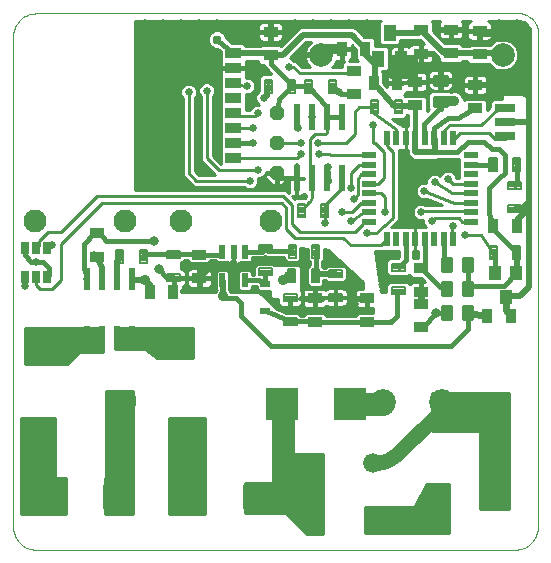
<source format=gbl>
G75*
%MOIN*%
%OFA0B0*%
%FSLAX24Y24*%
%IPPOS*%
%LPD*%
%AMOC8*
5,1,8,0,0,1.08239X$1,22.5*
%
%ADD10C,0.0000*%
%ADD11R,0.0400X0.0450*%
%ADD12R,0.0220X0.0780*%
%ADD13C,0.0079*%
%ADD14R,0.0512X0.0355*%
%ADD15R,0.0355X0.0512*%
%ADD16C,0.0787*%
%ADD17C,0.0860*%
%ADD18R,0.0220X0.0500*%
%ADD19R,0.0669X0.0276*%
%ADD20R,0.0394X0.0551*%
%ADD21R,0.0210X0.0500*%
%ADD22R,0.0500X0.0210*%
%ADD23R,0.0551X0.0354*%
%ADD24C,0.0660*%
%ADD25C,0.0700*%
%ADD26R,0.0327X0.0248*%
%ADD27R,0.0276X0.0394*%
%ADD28C,0.0768*%
%ADD29C,0.0100*%
%ADD30OC8,0.0480*%
%ADD31R,0.0800X0.0800*%
%ADD32C,0.0800*%
%ADD33R,0.0236X0.0866*%
%ADD34R,0.1102X0.1102*%
%ADD35C,0.0160*%
%ADD36C,0.0200*%
%ADD37C,0.0310*%
%ADD38C,0.0250*%
%ADD39C,0.0240*%
%ADD40C,0.0320*%
%ADD41C,0.0120*%
%ADD42C,0.0760*%
%ADD43C,0.0500*%
%ADD44C,0.0356*%
%ADD45C,0.0317*%
D10*
X004460Y000876D02*
X004460Y017246D01*
X004462Y017300D01*
X004468Y017353D01*
X004477Y017405D01*
X004490Y017457D01*
X004507Y017508D01*
X004528Y017558D01*
X004552Y017605D01*
X004579Y017651D01*
X004610Y017695D01*
X004643Y017737D01*
X004680Y017776D01*
X004719Y017813D01*
X004761Y017846D01*
X004805Y017877D01*
X004851Y017904D01*
X004898Y017928D01*
X004948Y017949D01*
X004999Y017966D01*
X005051Y017979D01*
X005103Y017988D01*
X005156Y017994D01*
X005210Y017996D01*
X021202Y017996D01*
X021251Y018002D01*
X021300Y018004D01*
X021349Y018002D01*
X021398Y017997D01*
X021446Y017988D01*
X021494Y017975D01*
X021541Y017959D01*
X021586Y017940D01*
X021629Y017917D01*
X021671Y017891D01*
X021711Y017862D01*
X021748Y017830D01*
X021783Y017795D01*
X021815Y017758D01*
X021845Y017718D01*
X021871Y017677D01*
X021894Y017633D01*
X021914Y017588D01*
X021930Y017542D01*
X021943Y017494D01*
X021952Y017446D01*
X021952Y000876D01*
X021950Y000822D01*
X021944Y000769D01*
X021935Y000717D01*
X021922Y000665D01*
X021905Y000614D01*
X021884Y000564D01*
X021860Y000517D01*
X021833Y000471D01*
X021802Y000427D01*
X021769Y000385D01*
X021732Y000346D01*
X021693Y000309D01*
X021651Y000276D01*
X021607Y000245D01*
X021561Y000218D01*
X021514Y000194D01*
X021464Y000173D01*
X021413Y000156D01*
X021361Y000143D01*
X021309Y000134D01*
X021256Y000128D01*
X021202Y000126D01*
X005210Y000126D01*
X005156Y000128D01*
X005103Y000134D01*
X005051Y000143D01*
X004999Y000156D01*
X004948Y000173D01*
X004898Y000194D01*
X004851Y000218D01*
X004805Y000245D01*
X004761Y000276D01*
X004719Y000309D01*
X004680Y000346D01*
X004643Y000385D01*
X004610Y000427D01*
X004579Y000471D01*
X004552Y000517D01*
X004528Y000564D01*
X004507Y000614D01*
X004490Y000665D01*
X004477Y000717D01*
X004468Y000769D01*
X004462Y000822D01*
X004460Y000876D01*
D11*
X020530Y009336D03*
X021230Y009336D03*
X020880Y008536D03*
D12*
X008410Y009146D03*
X007910Y009146D03*
X007410Y009146D03*
X006910Y009146D03*
X006910Y007206D03*
X007410Y007206D03*
X007910Y007206D03*
X008410Y007206D03*
D13*
X010037Y009064D02*
X010037Y009300D01*
X010037Y009064D02*
X009603Y009064D01*
X009603Y009300D01*
X010037Y009300D01*
X010037Y009142D02*
X009603Y009142D01*
X009603Y009220D02*
X010037Y009220D01*
X010037Y009298D02*
X009603Y009298D01*
X010037Y009851D02*
X010037Y010087D01*
X010037Y009851D02*
X009603Y009851D01*
X009603Y010087D01*
X010037Y010087D01*
X010037Y009929D02*
X009603Y009929D01*
X009603Y010007D02*
X010037Y010007D01*
X010037Y010085D02*
X009603Y010085D01*
X008921Y009689D02*
X008685Y009689D01*
X008685Y010123D01*
X008921Y010123D01*
X008921Y009689D01*
X008921Y009767D02*
X008685Y009767D01*
X008685Y009845D02*
X008921Y009845D01*
X008921Y009923D02*
X008685Y009923D01*
X008685Y010001D02*
X008921Y010001D01*
X008921Y010079D02*
X008685Y010079D01*
X008134Y009689D02*
X007898Y009689D01*
X007898Y010123D01*
X008134Y010123D01*
X008134Y009689D01*
X008134Y009767D02*
X007898Y009767D01*
X007898Y009845D02*
X008134Y009845D01*
X008134Y009923D02*
X007898Y009923D01*
X007898Y010001D02*
X008134Y010001D01*
X008134Y010079D02*
X007898Y010079D01*
X012643Y010051D02*
X012643Y010287D01*
X013077Y010287D01*
X013077Y010051D01*
X012643Y010051D01*
X012643Y010129D02*
X013077Y010129D01*
X013077Y010207D02*
X012643Y010207D01*
X012643Y010285D02*
X013077Y010285D01*
X013648Y009859D02*
X013884Y009859D01*
X013648Y009859D02*
X013648Y010293D01*
X013884Y010293D01*
X013884Y009859D01*
X013884Y009937D02*
X013648Y009937D01*
X013648Y010015D02*
X013884Y010015D01*
X013884Y010093D02*
X013648Y010093D01*
X013648Y010171D02*
X013884Y010171D01*
X013884Y010249D02*
X013648Y010249D01*
X014435Y009859D02*
X014671Y009859D01*
X014435Y009859D02*
X014435Y010293D01*
X014671Y010293D01*
X014671Y009859D01*
X014671Y009937D02*
X014435Y009937D01*
X014435Y010015D02*
X014671Y010015D01*
X014671Y010093D02*
X014435Y010093D01*
X014435Y010171D02*
X014671Y010171D01*
X014671Y010249D02*
X014435Y010249D01*
X014415Y009463D02*
X014651Y009463D01*
X014651Y009029D01*
X014415Y009029D01*
X014415Y009463D01*
X014415Y009107D02*
X014651Y009107D01*
X014651Y009185D02*
X014415Y009185D01*
X014415Y009263D02*
X014651Y009263D01*
X014651Y009341D02*
X014415Y009341D01*
X014415Y009419D02*
X014651Y009419D01*
X015427Y009437D02*
X015427Y009201D01*
X014993Y009201D01*
X014993Y009437D01*
X015427Y009437D01*
X015427Y009279D02*
X014993Y009279D01*
X014993Y009357D02*
X015427Y009357D01*
X015427Y009435D02*
X014993Y009435D01*
X015427Y008650D02*
X015427Y008414D01*
X014993Y008414D01*
X014993Y008650D01*
X015427Y008650D01*
X015427Y008492D02*
X014993Y008492D01*
X014993Y008570D02*
X015427Y008570D01*
X015427Y008648D02*
X014993Y008648D01*
X013473Y008637D02*
X013473Y008401D01*
X013473Y008637D02*
X013907Y008637D01*
X013907Y008401D01*
X013473Y008401D01*
X013473Y008479D02*
X013907Y008479D01*
X013907Y008557D02*
X013473Y008557D01*
X013473Y008635D02*
X013907Y008635D01*
X013864Y009463D02*
X013628Y009463D01*
X013864Y009463D02*
X013864Y009029D01*
X013628Y009029D01*
X013628Y009463D01*
X013628Y009107D02*
X013864Y009107D01*
X013864Y009185D02*
X013628Y009185D01*
X013628Y009263D02*
X013864Y009263D01*
X013864Y009341D02*
X013628Y009341D01*
X013628Y009419D02*
X013864Y009419D01*
X012643Y009500D02*
X012643Y009264D01*
X012643Y009500D02*
X013077Y009500D01*
X013077Y009264D01*
X012643Y009264D01*
X012643Y009342D02*
X013077Y009342D01*
X013077Y009420D02*
X012643Y009420D01*
X012643Y009498D02*
X013077Y009498D01*
X013473Y007850D02*
X013473Y007614D01*
X013473Y007850D02*
X013907Y007850D01*
X013907Y007614D01*
X013473Y007614D01*
X013473Y007692D02*
X013907Y007692D01*
X013907Y007770D02*
X013473Y007770D01*
X013473Y007848D02*
X013907Y007848D01*
X017093Y008634D02*
X017093Y008870D01*
X017527Y008870D01*
X017527Y008634D01*
X017093Y008634D01*
X017093Y008712D02*
X017527Y008712D01*
X017527Y008790D02*
X017093Y008790D01*
X017093Y008868D02*
X017527Y008868D01*
X017093Y009421D02*
X017093Y009657D01*
X017527Y009657D01*
X017527Y009421D01*
X017093Y009421D01*
X017093Y009499D02*
X017527Y009499D01*
X017527Y009577D02*
X017093Y009577D01*
X017093Y009655D02*
X017527Y009655D01*
X014971Y011643D02*
X014735Y011643D01*
X014971Y011643D02*
X014971Y011209D01*
X014735Y011209D01*
X014735Y011643D01*
X014735Y011287D02*
X014971Y011287D01*
X014971Y011365D02*
X014735Y011365D01*
X014735Y011443D02*
X014971Y011443D01*
X014971Y011521D02*
X014735Y011521D01*
X014735Y011599D02*
X014971Y011599D01*
X014184Y011643D02*
X013948Y011643D01*
X014184Y011643D02*
X014184Y011209D01*
X013948Y011209D01*
X013948Y011643D01*
X013948Y011287D02*
X014184Y011287D01*
X014184Y011365D02*
X013948Y011365D01*
X013948Y011443D02*
X014184Y011443D01*
X014184Y011521D02*
X013948Y011521D01*
X013948Y011599D02*
X014184Y011599D01*
X016388Y015113D02*
X016624Y015113D01*
X016624Y014679D01*
X016388Y014679D01*
X016388Y015113D01*
X016388Y014757D02*
X016624Y014757D01*
X016624Y014835D02*
X016388Y014835D01*
X016388Y014913D02*
X016624Y014913D01*
X016624Y014991D02*
X016388Y014991D01*
X016388Y015069D02*
X016624Y015069D01*
X017175Y015113D02*
X017411Y015113D01*
X017411Y014679D01*
X017175Y014679D01*
X017175Y015113D01*
X017175Y014757D02*
X017411Y014757D01*
X017411Y014835D02*
X017175Y014835D01*
X017175Y014913D02*
X017411Y014913D01*
X017411Y014991D02*
X017175Y014991D01*
X017175Y015069D02*
X017411Y015069D01*
X015211Y015339D02*
X014975Y015339D01*
X014975Y015773D01*
X015211Y015773D01*
X015211Y015339D01*
X015211Y015417D02*
X014975Y015417D01*
X014975Y015495D02*
X015211Y015495D01*
X015211Y015573D02*
X014975Y015573D01*
X014975Y015651D02*
X015211Y015651D01*
X015211Y015729D02*
X014975Y015729D01*
X014424Y015339D02*
X014188Y015339D01*
X014188Y015773D01*
X014424Y015773D01*
X014424Y015339D01*
X014424Y015417D02*
X014188Y015417D01*
X014188Y015495D02*
X014424Y015495D01*
X014424Y015573D02*
X014188Y015573D01*
X014188Y015651D02*
X014424Y015651D01*
X014424Y015729D02*
X014188Y015729D01*
X013871Y015359D02*
X013635Y015359D01*
X013635Y015793D01*
X013871Y015793D01*
X013871Y015359D01*
X013871Y015437D02*
X013635Y015437D01*
X013635Y015515D02*
X013871Y015515D01*
X013871Y015593D02*
X013635Y015593D01*
X013635Y015671D02*
X013871Y015671D01*
X013871Y015749D02*
X013635Y015749D01*
X013084Y015359D02*
X012848Y015359D01*
X012848Y015793D01*
X013084Y015793D01*
X013084Y015359D01*
X013084Y015437D02*
X012848Y015437D01*
X012848Y015515D02*
X013084Y015515D01*
X013084Y015593D02*
X012848Y015593D01*
X012848Y015671D02*
X013084Y015671D01*
X013084Y015749D02*
X012848Y015749D01*
X020338Y012729D02*
X020574Y012729D01*
X020338Y012729D02*
X020338Y013163D01*
X020574Y013163D01*
X020574Y012729D01*
X020574Y012807D02*
X020338Y012807D01*
X020338Y012885D02*
X020574Y012885D01*
X020574Y012963D02*
X020338Y012963D01*
X020338Y013041D02*
X020574Y013041D01*
X020574Y013119D02*
X020338Y013119D01*
X021125Y012729D02*
X021361Y012729D01*
X021125Y012729D02*
X021125Y013163D01*
X021361Y013163D01*
X021361Y012729D01*
X021361Y012807D02*
X021125Y012807D01*
X021125Y012885D02*
X021361Y012885D01*
X021361Y012963D02*
X021125Y012963D01*
X021125Y013041D02*
X021361Y013041D01*
X021361Y013119D02*
X021125Y013119D01*
X021397Y012387D02*
X021397Y012151D01*
X020963Y012151D01*
X020963Y012387D01*
X021397Y012387D01*
X021397Y012229D02*
X020963Y012229D01*
X020963Y012307D02*
X021397Y012307D01*
X021397Y012385D02*
X020963Y012385D01*
X021397Y011600D02*
X021397Y011364D01*
X020963Y011364D01*
X020963Y011600D01*
X021397Y011600D01*
X021397Y011442D02*
X020963Y011442D01*
X020963Y011520D02*
X021397Y011520D01*
X021397Y011598D02*
X020963Y011598D01*
X021135Y009809D02*
X021371Y009809D01*
X021135Y009809D02*
X021135Y010243D01*
X021371Y010243D01*
X021371Y009809D01*
X021371Y009887D02*
X021135Y009887D01*
X021135Y009965D02*
X021371Y009965D01*
X021371Y010043D02*
X021135Y010043D01*
X021135Y010121D02*
X021371Y010121D01*
X021371Y010199D02*
X021135Y010199D01*
X020584Y009809D02*
X020348Y009809D01*
X020348Y010243D01*
X020584Y010243D01*
X020584Y009809D01*
X020584Y009887D02*
X020348Y009887D01*
X020348Y009965D02*
X020584Y009965D01*
X020584Y010043D02*
X020348Y010043D01*
X020348Y010121D02*
X020584Y010121D01*
X020584Y010199D02*
X020348Y010199D01*
D14*
X018060Y009508D03*
X018060Y008720D03*
X018060Y008319D03*
X018060Y007532D03*
X016260Y007712D03*
X016260Y008499D03*
X014520Y008499D03*
X014520Y007712D03*
X010670Y009172D03*
X010670Y009959D03*
X007260Y009882D03*
X007260Y010669D03*
X013040Y016602D03*
X013040Y017389D03*
X015830Y016089D03*
X015830Y015302D03*
X017860Y014932D03*
X017860Y015719D03*
X018060Y016662D03*
X018060Y017449D03*
X019050Y017459D03*
X019050Y016672D03*
X020010Y016632D03*
X020010Y017419D03*
X019860Y015619D03*
X019860Y014832D03*
D15*
X017263Y015686D03*
X016476Y015686D03*
X016203Y016806D03*
X015416Y016806D03*
X020466Y010926D03*
X021253Y010926D03*
X021053Y007926D03*
X020266Y007926D03*
X009803Y008726D03*
X009016Y008726D03*
D16*
X014728Y016613D03*
X020791Y016613D03*
D17*
X018744Y005038D03*
X016775Y005038D03*
D18*
X012190Y009096D03*
X011430Y009096D03*
X011430Y010056D03*
X011810Y010056D03*
X012190Y010056D03*
D19*
X020851Y013914D03*
X020851Y014387D03*
X020851Y014859D03*
D20*
X017384Y016493D03*
X016635Y016493D03*
X017010Y017359D03*
D21*
X016922Y013851D03*
X017237Y013851D03*
X017552Y013851D03*
X017867Y013851D03*
X018182Y013851D03*
X018497Y013851D03*
X018812Y013851D03*
X019127Y013851D03*
X019127Y010471D03*
X018812Y010471D03*
X018497Y010471D03*
X018182Y010471D03*
X017867Y010471D03*
X017552Y010471D03*
X017237Y010471D03*
X016922Y010471D03*
D22*
X016334Y011059D03*
X016334Y011374D03*
X016334Y011689D03*
X016334Y012003D03*
X016334Y012318D03*
X016334Y012633D03*
X016334Y012948D03*
X016334Y013263D03*
X019714Y013263D03*
X019714Y012948D03*
X019714Y012633D03*
X019714Y012318D03*
X019714Y012003D03*
X019714Y011689D03*
X019714Y011374D03*
X019714Y011059D03*
D23*
X011799Y013175D03*
X011799Y013675D03*
X011799Y014175D03*
X011799Y014675D03*
X011799Y015175D03*
X011799Y015675D03*
X011799Y016175D03*
X011799Y016675D03*
D24*
X014475Y003026D03*
X016444Y003026D03*
D25*
X016480Y001076D03*
X014480Y001076D03*
D26*
X012860Y008073D03*
X012860Y008978D03*
D27*
X005604Y009223D03*
X005230Y009223D03*
X004855Y009223D03*
X004855Y010168D03*
X005230Y010168D03*
X005604Y010168D03*
D28*
X005200Y011076D03*
X008200Y011076D03*
X010050Y011076D03*
X013050Y011076D03*
X010050Y007076D03*
X008200Y005076D03*
X010050Y004076D03*
X005200Y004076D03*
X005200Y007076D03*
D29*
X004860Y007119D02*
X007460Y007119D01*
X007460Y007021D02*
X004860Y007021D01*
X004860Y006922D02*
X007460Y006922D01*
X007460Y006824D02*
X004860Y006824D01*
X004860Y006725D02*
X006659Y006725D01*
X006660Y006726D02*
X006260Y006326D01*
X004860Y006326D01*
X004860Y007526D01*
X007460Y007526D01*
X007460Y006726D01*
X006660Y006726D01*
X006561Y006627D02*
X004860Y006627D01*
X004860Y006528D02*
X006462Y006528D01*
X006364Y006430D02*
X004860Y006430D01*
X004860Y006331D02*
X006265Y006331D01*
X007460Y007218D02*
X004860Y007218D01*
X004860Y007316D02*
X007460Y007316D01*
X007460Y007415D02*
X004860Y007415D01*
X004860Y007513D02*
X007460Y007513D01*
X007860Y007513D02*
X010460Y007513D01*
X010460Y007526D02*
X007860Y007526D01*
X007860Y006826D01*
X008860Y006826D01*
X009260Y006526D01*
X010460Y006526D01*
X010460Y007526D01*
X010460Y007415D02*
X007860Y007415D01*
X007860Y007316D02*
X010460Y007316D01*
X010460Y007218D02*
X007860Y007218D01*
X007860Y007119D02*
X010460Y007119D01*
X010460Y007021D02*
X007860Y007021D01*
X007860Y006922D02*
X010460Y006922D01*
X010460Y006824D02*
X008862Y006824D01*
X008993Y006725D02*
X010460Y006725D01*
X010460Y006627D02*
X009125Y006627D01*
X009256Y006528D02*
X010460Y006528D01*
X008460Y005426D02*
X008460Y001326D01*
X007510Y001326D01*
X007510Y002526D01*
X007560Y002526D01*
X007560Y005426D01*
X008460Y005426D01*
X008460Y005346D02*
X007560Y005346D01*
X007560Y005248D02*
X008460Y005248D01*
X008460Y005149D02*
X007560Y005149D01*
X007560Y005051D02*
X008460Y005051D01*
X008460Y004952D02*
X007560Y004952D01*
X007560Y004854D02*
X008460Y004854D01*
X008460Y004755D02*
X007560Y004755D01*
X007560Y004657D02*
X008460Y004657D01*
X008460Y004558D02*
X007560Y004558D01*
X007560Y004460D02*
X008460Y004460D01*
X008460Y004361D02*
X007560Y004361D01*
X007560Y004263D02*
X008460Y004263D01*
X008460Y004164D02*
X007560Y004164D01*
X007560Y004066D02*
X008460Y004066D01*
X008460Y003967D02*
X007560Y003967D01*
X007560Y003869D02*
X008460Y003869D01*
X008460Y003770D02*
X007560Y003770D01*
X007560Y003672D02*
X008460Y003672D01*
X008460Y003573D02*
X007560Y003573D01*
X007560Y003475D02*
X008460Y003475D01*
X008460Y003376D02*
X007560Y003376D01*
X007560Y003278D02*
X008460Y003278D01*
X008460Y003179D02*
X007560Y003179D01*
X007560Y003081D02*
X008460Y003081D01*
X008460Y002982D02*
X007560Y002982D01*
X007560Y002884D02*
X008460Y002884D01*
X008460Y002785D02*
X007560Y002785D01*
X007560Y002687D02*
X008460Y002687D01*
X008460Y002588D02*
X007560Y002588D01*
X007510Y002490D02*
X008460Y002490D01*
X008460Y002391D02*
X007510Y002391D01*
X007510Y002293D02*
X008460Y002293D01*
X008460Y002194D02*
X007510Y002194D01*
X007510Y002096D02*
X008460Y002096D01*
X008460Y001997D02*
X007510Y001997D01*
X007510Y001899D02*
X008460Y001899D01*
X008460Y001800D02*
X007510Y001800D01*
X007510Y001702D02*
X008460Y001702D01*
X008460Y001603D02*
X007510Y001603D01*
X007510Y001505D02*
X008460Y001505D01*
X008460Y001406D02*
X007510Y001406D01*
X006210Y001406D02*
X004710Y001406D01*
X004710Y001326D02*
X004710Y004526D01*
X005860Y004526D01*
X005860Y002526D01*
X006210Y002526D01*
X006210Y001326D01*
X004710Y001326D01*
X004710Y001505D02*
X006210Y001505D01*
X006210Y001603D02*
X004710Y001603D01*
X004710Y001702D02*
X006210Y001702D01*
X006210Y001800D02*
X004710Y001800D01*
X004710Y001899D02*
X006210Y001899D01*
X006210Y001997D02*
X004710Y001997D01*
X004710Y002096D02*
X006210Y002096D01*
X006210Y002194D02*
X004710Y002194D01*
X004710Y002293D02*
X006210Y002293D01*
X006210Y002391D02*
X004710Y002391D01*
X004710Y002490D02*
X006210Y002490D01*
X005860Y002588D02*
X004710Y002588D01*
X004710Y002687D02*
X005860Y002687D01*
X005860Y002785D02*
X004710Y002785D01*
X004710Y002884D02*
X005860Y002884D01*
X005860Y002982D02*
X004710Y002982D01*
X004710Y003081D02*
X005860Y003081D01*
X005860Y003179D02*
X004710Y003179D01*
X004710Y003278D02*
X005860Y003278D01*
X005860Y003376D02*
X004710Y003376D01*
X004710Y003475D02*
X005860Y003475D01*
X005860Y003573D02*
X004710Y003573D01*
X004710Y003672D02*
X005860Y003672D01*
X005860Y003770D02*
X004710Y003770D01*
X004710Y003869D02*
X005860Y003869D01*
X005860Y003967D02*
X004710Y003967D01*
X004710Y004066D02*
X005860Y004066D01*
X005860Y004164D02*
X004710Y004164D01*
X004710Y004263D02*
X005860Y004263D01*
X005860Y004361D02*
X004710Y004361D01*
X004710Y004460D02*
X005860Y004460D01*
X009660Y004460D02*
X010860Y004460D01*
X010860Y004526D02*
X010860Y001326D01*
X009660Y001326D01*
X009660Y004526D01*
X010860Y004526D01*
X010860Y004361D02*
X009660Y004361D01*
X009660Y004263D02*
X010860Y004263D01*
X010860Y004164D02*
X009660Y004164D01*
X009660Y004066D02*
X010860Y004066D01*
X010860Y003967D02*
X009660Y003967D01*
X009660Y003869D02*
X010860Y003869D01*
X010860Y003770D02*
X009660Y003770D01*
X009660Y003672D02*
X010860Y003672D01*
X010860Y003573D02*
X009660Y003573D01*
X009660Y003475D02*
X010860Y003475D01*
X010860Y003376D02*
X009660Y003376D01*
X009660Y003278D02*
X010860Y003278D01*
X010860Y003179D02*
X009660Y003179D01*
X009660Y003081D02*
X010860Y003081D01*
X010860Y002982D02*
X009660Y002982D01*
X009660Y002884D02*
X010860Y002884D01*
X010860Y002785D02*
X009660Y002785D01*
X009660Y002687D02*
X010860Y002687D01*
X010860Y002588D02*
X009660Y002588D01*
X009660Y002490D02*
X010860Y002490D01*
X010860Y002391D02*
X009660Y002391D01*
X009660Y002293D02*
X010860Y002293D01*
X010860Y002194D02*
X009660Y002194D01*
X009660Y002096D02*
X010860Y002096D01*
X010860Y001997D02*
X009660Y001997D01*
X009660Y001899D02*
X010860Y001899D01*
X010860Y001800D02*
X009660Y001800D01*
X009660Y001702D02*
X010860Y001702D01*
X010860Y001603D02*
X009660Y001603D01*
X009660Y001505D02*
X010860Y001505D01*
X010860Y001406D02*
X009660Y001406D01*
X013245Y008140D02*
X013558Y007999D01*
X013968Y007999D01*
X014045Y007922D01*
X014154Y007922D01*
X014154Y007935D01*
X014218Y007999D01*
X014821Y007999D01*
X014885Y007935D01*
X014885Y007902D01*
X015894Y007902D01*
X015894Y007935D01*
X015958Y007999D01*
X016460Y007999D01*
X016460Y008172D01*
X016298Y008172D01*
X016298Y008461D01*
X016221Y008461D01*
X015854Y008461D01*
X015854Y008302D01*
X015864Y008264D01*
X015884Y008230D01*
X015912Y008202D01*
X015946Y008182D01*
X015984Y008172D01*
X016221Y008172D01*
X016221Y008461D01*
X016221Y008538D01*
X015854Y008538D01*
X015854Y008697D01*
X015864Y008735D01*
X015884Y008769D01*
X015912Y008797D01*
X015946Y008817D01*
X015984Y008827D01*
X016110Y008827D01*
X016110Y009052D01*
X014960Y010126D01*
X014821Y010133D01*
X014821Y009797D01*
X014743Y009720D01*
X014743Y009581D01*
X014799Y009526D01*
X014870Y009526D01*
X014931Y009587D01*
X015488Y009587D01*
X015575Y009499D01*
X015575Y009139D01*
X015488Y009052D01*
X014931Y009052D01*
X014877Y009106D01*
X014801Y009106D01*
X014801Y008967D01*
X014713Y008880D01*
X014353Y008880D01*
X014266Y008967D01*
X014266Y009524D01*
X014353Y009611D01*
X014363Y009611D01*
X014363Y009720D01*
X014286Y009797D01*
X014286Y010160D01*
X014033Y010173D01*
X014033Y009797D01*
X013946Y009710D01*
X013586Y009710D01*
X013498Y009797D01*
X013498Y009886D01*
X012875Y009886D01*
X012860Y009901D01*
X012825Y009866D01*
X012410Y009866D01*
X012410Y009760D01*
X012345Y009696D01*
X012034Y009696D01*
X012028Y009702D01*
X012012Y009686D01*
X011977Y009666D01*
X011939Y009656D01*
X011815Y009656D01*
X011815Y010051D01*
X011805Y010051D01*
X011805Y009656D01*
X011680Y009656D01*
X011642Y009666D01*
X011607Y009686D01*
X011591Y009702D01*
X011585Y009696D01*
X011274Y009696D01*
X011210Y009760D01*
X011210Y009769D01*
X011035Y009769D01*
X011035Y009736D01*
X010971Y009672D01*
X010368Y009672D01*
X010304Y009736D01*
X010304Y009779D01*
X010175Y009779D01*
X010304Y009779D01*
X010360Y009680D02*
X010060Y009680D01*
X010060Y009702D02*
X010098Y009702D01*
X010175Y009779D01*
X010060Y009702D02*
X010060Y009489D01*
X010061Y009489D01*
X010109Y009476D01*
X010152Y009452D01*
X010188Y009416D01*
X010213Y009373D01*
X010225Y009325D01*
X010225Y009211D01*
X010060Y009211D01*
X010060Y009153D01*
X010225Y009153D01*
X010225Y009039D01*
X010213Y008991D01*
X010188Y008948D01*
X010152Y008912D01*
X010131Y008900D01*
X010131Y008764D01*
X010060Y008764D01*
X010060Y008726D01*
X011210Y008726D01*
X011215Y008739D01*
X011243Y008767D01*
X011210Y008800D01*
X011210Y009391D01*
X011274Y009456D01*
X011585Y009456D01*
X011650Y009391D01*
X011650Y009173D01*
X011670Y009153D01*
X011670Y008773D01*
X011704Y008739D01*
X011709Y008726D01*
X012660Y008726D01*
X013245Y008140D01*
X013325Y008104D02*
X016460Y008104D01*
X016460Y008006D02*
X013544Y008006D01*
X013448Y008212D02*
X013661Y008212D01*
X013661Y008476D01*
X013718Y008476D01*
X013718Y008212D01*
X013931Y008212D01*
X013979Y008225D01*
X014022Y008250D01*
X014058Y008285D01*
X014083Y008328D01*
X014095Y008376D01*
X014095Y008491D01*
X013979Y008491D01*
X013985Y008495D01*
X013998Y008501D01*
X014000Y008507D01*
X014007Y008508D01*
X014016Y008519D01*
X014027Y008528D01*
X014028Y008535D01*
X014034Y008537D01*
X014039Y008548D01*
X014095Y008548D01*
X014095Y008662D01*
X014083Y008710D01*
X014060Y008750D01*
X014060Y009459D01*
X014062Y009462D01*
X014060Y009479D01*
X014060Y009496D01*
X014059Y009497D01*
X014060Y009501D01*
X014055Y009515D01*
X014053Y009529D01*
X014047Y009533D01*
X014048Y009540D01*
X014040Y009551D01*
X014034Y009564D01*
X014028Y009567D01*
X014027Y009573D01*
X014016Y009582D01*
X014007Y009593D01*
X014000Y009594D01*
X013998Y009600D01*
X013985Y009606D01*
X013974Y009614D01*
X013967Y009614D01*
X013962Y009619D01*
X013948Y009621D01*
X013935Y009626D01*
X013931Y009625D01*
X013930Y009626D01*
X013913Y009626D01*
X013896Y009628D01*
X013893Y009626D01*
X013176Y009626D01*
X013174Y009628D01*
X013161Y009626D01*
X013138Y009649D01*
X012581Y009649D01*
X012494Y009562D01*
X012494Y009286D01*
X012410Y009286D01*
X012410Y009391D01*
X012345Y009456D01*
X012034Y009456D01*
X011970Y009391D01*
X011970Y008800D01*
X012034Y008736D01*
X012345Y008736D01*
X012410Y008800D01*
X012410Y008906D01*
X012586Y008906D01*
X012586Y008809D01*
X012651Y008744D01*
X013010Y008744D01*
X013010Y008643D01*
X013007Y008640D01*
X013010Y008622D01*
X013010Y008605D01*
X013011Y008604D01*
X013009Y008600D01*
X013014Y008587D01*
X013016Y008573D01*
X013022Y008568D01*
X013021Y008562D01*
X013029Y008550D01*
X013035Y008537D01*
X013041Y008535D01*
X013042Y008528D01*
X013053Y008519D01*
X013062Y008508D01*
X013069Y008507D01*
X013071Y008501D01*
X013084Y008495D01*
X013096Y008487D01*
X013102Y008488D01*
X013107Y008482D01*
X013121Y008480D01*
X013134Y008475D01*
X013138Y008477D01*
X013139Y008476D01*
X013156Y008476D01*
X013174Y008473D01*
X013176Y008476D01*
X013284Y008476D01*
X013284Y008376D01*
X013297Y008328D01*
X013321Y008285D01*
X013357Y008250D01*
X013400Y008225D01*
X013448Y008212D01*
X013312Y008301D02*
X013084Y008301D01*
X013182Y008203D02*
X014171Y008203D01*
X014172Y008202D02*
X014206Y008182D01*
X014244Y008172D01*
X014481Y008172D01*
X014481Y008461D01*
X014114Y008461D01*
X014114Y008302D01*
X014124Y008264D01*
X014144Y008230D01*
X014172Y008202D01*
X014114Y008301D02*
X014067Y008301D01*
X014095Y008400D02*
X014114Y008400D01*
X014114Y008538D02*
X014114Y008697D01*
X014124Y008735D01*
X014144Y008769D01*
X014172Y008797D01*
X014206Y008817D01*
X014244Y008827D01*
X014481Y008827D01*
X014481Y008538D01*
X014558Y008538D01*
X014558Y008827D01*
X014795Y008827D01*
X014833Y008817D01*
X014868Y008797D01*
X014870Y008795D01*
X014877Y008802D01*
X014920Y008826D01*
X014968Y008839D01*
X015181Y008839D01*
X015181Y008561D01*
X015238Y008561D01*
X015238Y008839D01*
X015451Y008839D01*
X015499Y008826D01*
X015542Y008802D01*
X015578Y008766D01*
X015603Y008723D01*
X015615Y008675D01*
X015615Y008561D01*
X015238Y008561D01*
X015238Y008503D01*
X015238Y008224D01*
X015451Y008224D01*
X015499Y008237D01*
X015542Y008262D01*
X015578Y008298D01*
X015603Y008341D01*
X015615Y008389D01*
X015615Y008503D01*
X015238Y008503D01*
X015181Y008503D01*
X015181Y008224D01*
X014968Y008224D01*
X014920Y008237D01*
X014905Y008246D01*
X014895Y008230D01*
X014868Y008202D01*
X014833Y008182D01*
X014795Y008172D01*
X014558Y008172D01*
X014558Y008461D01*
X014558Y008538D01*
X014925Y008538D01*
X014925Y008561D01*
X015181Y008561D01*
X015181Y008503D01*
X014804Y008503D01*
X014804Y008461D01*
X014558Y008461D01*
X014481Y008461D01*
X014481Y008538D01*
X014114Y008538D01*
X014114Y008597D02*
X014095Y008597D01*
X014087Y008695D02*
X014114Y008695D01*
X014060Y008794D02*
X014168Y008794D01*
X014060Y008892D02*
X014341Y008892D01*
X014266Y008991D02*
X014060Y008991D01*
X014060Y009089D02*
X014266Y009089D01*
X014266Y009188D02*
X014060Y009188D01*
X014060Y009286D02*
X014266Y009286D01*
X014266Y009385D02*
X014060Y009385D01*
X014060Y009483D02*
X014266Y009483D01*
X014323Y009582D02*
X014016Y009582D01*
X014015Y009779D02*
X014304Y009779D01*
X014286Y009877D02*
X014033Y009877D01*
X014033Y009976D02*
X014286Y009976D01*
X014286Y010074D02*
X014033Y010074D01*
X014033Y010173D02*
X014038Y010173D01*
X013860Y010526D02*
X015460Y010526D01*
X015710Y010276D01*
X016726Y010276D01*
X016922Y010471D01*
X016560Y010676D02*
X016260Y010676D01*
X016560Y010676D02*
X017110Y011176D01*
X017110Y013376D01*
X016922Y013563D01*
X016922Y013851D01*
X016513Y013672D02*
X016463Y013672D01*
X016460Y014276D01*
X016456Y013672D01*
X016513Y013672D02*
X016810Y013376D01*
X016810Y012526D01*
X016610Y012326D01*
X016341Y012326D01*
X016334Y012318D01*
X016334Y012633D02*
X016067Y012633D01*
X015960Y012476D01*
X015960Y011976D01*
X015810Y011826D01*
X016072Y011689D02*
X015760Y011376D01*
X015410Y011376D01*
X015710Y011076D02*
X016162Y011374D01*
X016334Y011374D01*
X016317Y011076D02*
X016110Y011076D01*
X016110Y010976D01*
X015860Y010726D01*
X014010Y010726D01*
X013760Y010976D01*
X013760Y011626D01*
X013460Y011926D01*
X007260Y011926D01*
X006060Y010726D01*
X005610Y010726D01*
X005310Y010426D01*
X005310Y010248D01*
X005230Y010168D01*
X005604Y010168D02*
X005652Y010168D01*
X005760Y010276D01*
X006060Y010326D02*
X006060Y009126D01*
X005760Y008826D01*
X005350Y008826D01*
X005230Y008946D01*
X005230Y009223D01*
X004855Y009223D02*
X004855Y008930D01*
X004860Y008926D01*
X006060Y010326D02*
X007410Y011676D01*
X013410Y011676D01*
X013560Y011526D01*
X013560Y010826D01*
X013860Y010526D01*
X013498Y009877D02*
X012836Y009877D01*
X012513Y009582D02*
X010060Y009582D01*
X010084Y009483D02*
X010345Y009483D01*
X010356Y009489D02*
X010322Y009469D01*
X010294Y009441D01*
X010274Y009407D01*
X010264Y009369D01*
X010264Y009211D01*
X010631Y009211D01*
X010631Y009499D01*
X010394Y009499D01*
X010356Y009489D01*
X010268Y009385D02*
X010206Y009385D01*
X010225Y009286D02*
X010264Y009286D01*
X010264Y009133D02*
X010264Y008975D01*
X010274Y008937D01*
X010294Y008902D01*
X010322Y008874D01*
X010356Y008855D01*
X010394Y008844D01*
X010631Y008844D01*
X010631Y009133D01*
X010708Y009133D01*
X010708Y008844D01*
X010945Y008844D01*
X010983Y008855D01*
X011018Y008874D01*
X011045Y008902D01*
X011065Y008937D01*
X011075Y008975D01*
X011075Y009133D01*
X010708Y009133D01*
X010708Y009211D01*
X010631Y009211D01*
X010631Y009133D01*
X010264Y009133D01*
X010264Y009089D02*
X010225Y009089D01*
X010212Y008991D02*
X010264Y008991D01*
X010304Y008892D02*
X010131Y008892D01*
X010131Y008794D02*
X011216Y008794D01*
X011210Y008892D02*
X011035Y008892D01*
X011075Y008991D02*
X011210Y008991D01*
X011210Y009089D02*
X011075Y009089D01*
X011075Y009211D02*
X011075Y009369D01*
X011065Y009407D01*
X011045Y009441D01*
X011018Y009469D01*
X010983Y009489D01*
X010945Y009499D01*
X010708Y009499D01*
X010708Y009211D01*
X011075Y009211D01*
X011075Y009286D02*
X011210Y009286D01*
X011210Y009188D02*
X010708Y009188D01*
X010631Y009188D02*
X010060Y009188D01*
X010631Y009286D02*
X010708Y009286D01*
X010708Y009385D02*
X010631Y009385D01*
X010631Y009483D02*
X010708Y009483D01*
X010994Y009483D02*
X012494Y009483D01*
X012494Y009385D02*
X012410Y009385D01*
X012410Y009286D02*
X012494Y009286D01*
X012410Y008892D02*
X012586Y008892D01*
X012601Y008794D02*
X012403Y008794D01*
X012690Y008695D02*
X013010Y008695D01*
X013010Y008597D02*
X012788Y008597D01*
X012887Y008498D02*
X013078Y008498D01*
X012985Y008400D02*
X013284Y008400D01*
X013661Y008400D02*
X013718Y008400D01*
X013718Y008301D02*
X013661Y008301D01*
X013991Y008498D02*
X014481Y008498D01*
X014558Y008498D02*
X014804Y008498D01*
X014558Y008400D02*
X014481Y008400D01*
X014481Y008301D02*
X014558Y008301D01*
X014558Y008203D02*
X014481Y008203D01*
X014868Y008203D02*
X015911Y008203D01*
X015854Y008301D02*
X015580Y008301D01*
X015615Y008400D02*
X015854Y008400D01*
X015854Y008597D02*
X015615Y008597D01*
X015610Y008695D02*
X015854Y008695D01*
X015908Y008794D02*
X015550Y008794D01*
X015525Y009089D02*
X016070Y009089D01*
X016110Y008991D02*
X014801Y008991D01*
X014801Y009089D02*
X014894Y009089D01*
X014726Y008892D02*
X016110Y008892D01*
X015964Y009188D02*
X015575Y009188D01*
X015575Y009286D02*
X015859Y009286D01*
X015753Y009385D02*
X015575Y009385D01*
X015575Y009483D02*
X015648Y009483D01*
X015542Y009582D02*
X015493Y009582D01*
X015437Y009680D02*
X014743Y009680D01*
X014743Y009582D02*
X014926Y009582D01*
X014802Y009779D02*
X015331Y009779D01*
X015226Y009877D02*
X014821Y009877D01*
X014821Y009976D02*
X015120Y009976D01*
X015015Y010074D02*
X014821Y010074D01*
X014363Y009680D02*
X012002Y009680D01*
X011815Y009680D02*
X011805Y009680D01*
X011805Y009779D02*
X011815Y009779D01*
X011805Y009877D02*
X011815Y009877D01*
X011805Y009976D02*
X011815Y009976D01*
X011617Y009680D02*
X010979Y009680D01*
X011071Y009385D02*
X011210Y009385D01*
X011650Y009385D02*
X011970Y009385D01*
X011970Y009286D02*
X011650Y009286D01*
X011650Y009188D02*
X011970Y009188D01*
X011970Y009089D02*
X011670Y009089D01*
X011670Y008991D02*
X011970Y008991D01*
X011970Y008892D02*
X011670Y008892D01*
X011670Y008794D02*
X011976Y008794D01*
X012410Y009779D02*
X013517Y009779D01*
X014481Y008794D02*
X014558Y008794D01*
X014558Y008695D02*
X014481Y008695D01*
X014481Y008597D02*
X014558Y008597D01*
X015181Y008597D02*
X015238Y008597D01*
X015238Y008695D02*
X015181Y008695D01*
X015181Y008794D02*
X015238Y008794D01*
X015238Y008498D02*
X015181Y008498D01*
X015181Y008400D02*
X015238Y008400D01*
X015238Y008301D02*
X015181Y008301D01*
X014885Y007907D02*
X015894Y007907D01*
X016221Y008203D02*
X016298Y008203D01*
X016298Y008301D02*
X016221Y008301D01*
X016221Y008400D02*
X016298Y008400D01*
X016221Y008498D02*
X015615Y008498D01*
X016700Y008794D02*
X016904Y008794D01*
X016904Y008726D02*
X016710Y008726D01*
X016710Y008729D01*
X016710Y008746D01*
X016707Y008749D01*
X016517Y010076D01*
X016644Y010076D01*
X016750Y010076D01*
X016755Y010071D01*
X017322Y010071D01*
X017322Y009877D01*
X016546Y009877D01*
X016560Y009779D02*
X016946Y009779D01*
X016904Y009736D02*
X016904Y009343D01*
X017015Y009232D01*
X017604Y009232D01*
X017654Y009281D01*
X017654Y009268D01*
X017741Y009180D01*
X018062Y009180D01*
X018194Y009048D01*
X018098Y009048D01*
X018098Y008759D01*
X018021Y008759D01*
X018021Y009048D01*
X017784Y009048D01*
X017746Y009038D01*
X017712Y009018D01*
X017684Y008990D01*
X017680Y008984D01*
X017604Y009059D01*
X017015Y009059D01*
X016904Y008948D01*
X016904Y008726D01*
X016904Y008892D02*
X016686Y008892D01*
X016672Y008991D02*
X016946Y008991D01*
X016960Y009286D02*
X016630Y009286D01*
X016644Y009188D02*
X017734Y009188D01*
X017684Y008991D02*
X017673Y008991D01*
X018021Y008991D02*
X018098Y008991D01*
X018098Y008892D02*
X018021Y008892D01*
X018021Y008794D02*
X018098Y008794D01*
X018153Y009089D02*
X016658Y009089D01*
X016616Y009385D02*
X016904Y009385D01*
X016904Y009483D02*
X016602Y009483D01*
X016588Y009582D02*
X016904Y009582D01*
X016904Y009680D02*
X016574Y009680D01*
X016531Y009976D02*
X017322Y009976D01*
X017322Y009877D02*
X017292Y009847D01*
X017015Y009847D01*
X016904Y009736D01*
X016751Y010074D02*
X016517Y010074D01*
X017072Y010871D02*
X017187Y010976D01*
X017192Y010976D01*
X017248Y011031D01*
X017305Y011083D01*
X017306Y011089D01*
X017310Y011093D01*
X017310Y011171D01*
X017313Y011249D01*
X017310Y011253D01*
X017310Y013451D01*
X017404Y013451D01*
X017409Y013456D01*
X017427Y013451D01*
X017549Y013451D01*
X017549Y013848D01*
X017554Y013848D01*
X017554Y013451D01*
X017617Y013451D01*
X017617Y013443D01*
X017610Y013425D01*
X017610Y013326D01*
X017648Y013234D01*
X017718Y013164D01*
X017810Y013126D01*
X018559Y013126D01*
X018608Y013146D01*
X019314Y013146D01*
X019314Y012518D01*
X019235Y012518D01*
X019235Y012530D01*
X019193Y012631D01*
X019115Y012709D01*
X019014Y012751D01*
X018905Y012751D01*
X018804Y012709D01*
X018726Y012631D01*
X018702Y012572D01*
X018665Y012609D01*
X018564Y012651D01*
X018455Y012651D01*
X018354Y012609D01*
X018276Y012531D01*
X018235Y012430D01*
X018235Y012342D01*
X018214Y012351D01*
X018105Y012351D01*
X018004Y012309D01*
X017926Y012231D01*
X017885Y012130D01*
X017885Y012021D01*
X017926Y011920D01*
X018004Y011842D01*
X018105Y011801D01*
X018214Y011801D01*
X018262Y011820D01*
X018764Y011624D01*
X018180Y011624D01*
X018114Y011651D01*
X018005Y011651D01*
X017904Y011609D01*
X017826Y011531D01*
X017785Y011430D01*
X017785Y011321D01*
X017826Y011220D01*
X017904Y011142D01*
X018005Y011101D01*
X018114Y011101D01*
X018135Y011109D01*
X018135Y011021D01*
X018176Y010920D01*
X018225Y010871D01*
X018015Y010871D01*
X018010Y010866D01*
X017991Y010871D01*
X017869Y010871D01*
X017869Y010473D01*
X017864Y010473D01*
X017864Y010871D01*
X017742Y010871D01*
X017724Y010866D01*
X017719Y010871D01*
X017072Y010871D01*
X017170Y010961D02*
X018159Y010961D01*
X018135Y011059D02*
X017279Y011059D01*
X017310Y011158D02*
X017889Y011158D01*
X017811Y011256D02*
X017310Y011256D01*
X017310Y011355D02*
X017785Y011355D01*
X017794Y011453D02*
X017310Y011453D01*
X017310Y011552D02*
X017847Y011552D01*
X018004Y011650D02*
X017310Y011650D01*
X017310Y011749D02*
X018445Y011749D01*
X018697Y011650D02*
X018115Y011650D01*
X017999Y011847D02*
X017310Y011847D01*
X017310Y011946D02*
X017916Y011946D01*
X017885Y012044D02*
X017310Y012044D01*
X017310Y012143D02*
X017890Y012143D01*
X017936Y012241D02*
X017310Y012241D01*
X017310Y012340D02*
X018078Y012340D01*
X018238Y012438D02*
X017310Y012438D01*
X017310Y012537D02*
X018282Y012537D01*
X018417Y012635D02*
X017310Y012635D01*
X017310Y012734D02*
X018864Y012734D01*
X018730Y012635D02*
X018602Y012635D01*
X018510Y012376D02*
X019082Y012003D01*
X019714Y012003D01*
X019714Y011689D02*
X019147Y011689D01*
X018160Y012076D01*
X017310Y012832D02*
X019314Y012832D01*
X019314Y012734D02*
X019055Y012734D01*
X019189Y012635D02*
X019314Y012635D01*
X019314Y012537D02*
X019232Y012537D01*
X019117Y012318D02*
X018960Y012476D01*
X019117Y012318D02*
X019714Y012318D01*
X019314Y012931D02*
X017310Y012931D01*
X017310Y013029D02*
X019314Y013029D01*
X019314Y013128D02*
X018564Y013128D01*
X017805Y013128D02*
X017310Y013128D01*
X017310Y013226D02*
X017655Y013226D01*
X017610Y013325D02*
X017310Y013325D01*
X017310Y013423D02*
X017610Y013423D01*
X017554Y013522D02*
X017549Y013522D01*
X017549Y013620D02*
X017554Y013620D01*
X017549Y013719D02*
X017554Y013719D01*
X017549Y013817D02*
X017554Y013817D01*
X017554Y013853D02*
X017549Y013853D01*
X017549Y014251D01*
X017427Y014251D01*
X017422Y014250D01*
X017419Y014265D01*
X017366Y014302D01*
X017320Y014348D01*
X017300Y014348D01*
X017097Y014490D01*
X017490Y014490D01*
X017601Y014601D01*
X017601Y014604D01*
X017635Y014604D01*
X017637Y014537D01*
X017637Y014251D01*
X017554Y014251D01*
X017554Y013853D01*
X017549Y013916D02*
X017554Y013916D01*
X017549Y014014D02*
X017554Y014014D01*
X017549Y014113D02*
X017554Y014113D01*
X017549Y014211D02*
X017554Y014211D01*
X017637Y014310D02*
X017358Y014310D01*
X017214Y014408D02*
X017637Y014408D01*
X017637Y014507D02*
X017507Y014507D01*
X017237Y014148D02*
X016410Y014726D01*
X016410Y014882D01*
X016506Y014896D01*
X016360Y014869D01*
X016003Y014869D01*
X015860Y014726D01*
X015860Y013976D01*
X015560Y013676D01*
X014610Y013676D01*
X014360Y013826D02*
X014360Y012926D01*
X014410Y012876D01*
X014410Y012502D01*
X014410Y011873D01*
X014336Y011696D02*
X014066Y011426D01*
X014189Y011831D02*
X013869Y011831D01*
X013853Y011815D01*
X013741Y011927D01*
X013772Y011919D01*
X013900Y011919D01*
X013900Y012493D01*
X013641Y012493D01*
X013641Y012049D01*
X013650Y012018D01*
X013542Y012126D01*
X008510Y012126D01*
X008510Y017746D01*
X016712Y017746D01*
X016663Y017696D01*
X016663Y017021D01*
X016751Y016933D01*
X017268Y016933D01*
X017356Y017021D01*
X017356Y017109D01*
X018019Y017109D01*
X018038Y017117D01*
X018166Y016989D01*
X018098Y016989D01*
X018098Y016701D01*
X018021Y016701D01*
X018021Y016989D01*
X017784Y016989D01*
X017746Y016979D01*
X017712Y016959D01*
X017684Y016931D01*
X017664Y016897D01*
X017663Y016894D01*
X017638Y016908D01*
X017600Y016918D01*
X017432Y016918D01*
X017432Y016541D01*
X017335Y016541D01*
X017335Y016444D01*
X017037Y016444D01*
X017037Y016197D01*
X017047Y016159D01*
X017067Y016125D01*
X017095Y016097D01*
X017104Y016091D01*
X017066Y016091D01*
X017028Y016081D01*
X016994Y016062D01*
X016966Y016034D01*
X016946Y015999D01*
X016936Y015961D01*
X016936Y015724D01*
X017224Y015724D01*
X017224Y015647D01*
X016936Y015647D01*
X016936Y015546D01*
X016803Y015694D01*
X016803Y016004D01*
X016760Y016047D01*
X016760Y016067D01*
X016894Y016067D01*
X016982Y016155D01*
X016982Y016830D01*
X016894Y016918D01*
X016531Y016918D01*
X016531Y017124D01*
X016443Y017211D01*
X016160Y017211D01*
X015978Y017419D01*
X015975Y017427D01*
X015946Y017456D01*
X015919Y017488D01*
X015911Y017491D01*
X015905Y017498D01*
X015867Y017513D01*
X015829Y017532D01*
X015821Y017532D01*
X015813Y017536D01*
X015772Y017536D01*
X015730Y017538D01*
X015722Y017536D01*
X014070Y017536D01*
X013978Y017498D01*
X013384Y016903D01*
X013358Y016929D01*
X012721Y016929D01*
X012717Y016925D01*
X012214Y016925D01*
X012137Y017003D01*
X011766Y017003D01*
X011565Y017171D01*
X011565Y017186D01*
X011518Y017298D01*
X011432Y017384D01*
X011320Y017431D01*
X011199Y017431D01*
X011087Y017384D01*
X011001Y017298D01*
X010955Y017186D01*
X010955Y017065D01*
X011001Y016953D01*
X011087Y016867D01*
X011199Y016821D01*
X011266Y016821D01*
X011373Y016731D01*
X011373Y016436D01*
X011389Y016420D01*
X011384Y016410D01*
X011373Y016372D01*
X011373Y016214D01*
X011760Y016214D01*
X011760Y016137D01*
X011373Y016137D01*
X011373Y015978D01*
X011384Y015940D01*
X011389Y015931D01*
X011373Y015915D01*
X011373Y015436D01*
X011384Y015425D01*
X011373Y015415D01*
X011373Y014936D01*
X011384Y014925D01*
X011373Y014915D01*
X011373Y014436D01*
X011384Y014425D01*
X011373Y014415D01*
X011373Y013936D01*
X011384Y013925D01*
X011373Y013915D01*
X011373Y013436D01*
X011384Y013425D01*
X011373Y013415D01*
X011373Y012994D01*
X011110Y013258D01*
X011110Y015237D01*
X011143Y015270D01*
X011185Y015371D01*
X011185Y015480D01*
X011143Y015581D01*
X011065Y015659D01*
X010964Y015701D01*
X010855Y015701D01*
X010754Y015659D01*
X010676Y015581D01*
X010635Y015480D01*
X010635Y015371D01*
X010676Y015270D01*
X010710Y015237D01*
X010710Y013093D01*
X010827Y012976D01*
X011177Y012626D01*
X010642Y012626D01*
X010510Y012758D01*
X010510Y015187D01*
X010543Y015220D01*
X010585Y015321D01*
X010585Y015430D01*
X010543Y015531D01*
X010465Y015609D01*
X010364Y015651D01*
X010255Y015651D01*
X010154Y015609D01*
X010076Y015531D01*
X010035Y015430D01*
X010035Y015321D01*
X010076Y015220D01*
X010110Y015187D01*
X010110Y012593D01*
X010477Y012226D01*
X012171Y012226D01*
X012204Y012192D01*
X012305Y012151D01*
X012414Y012151D01*
X012515Y012192D01*
X012593Y012270D01*
X012635Y012371D01*
X012635Y012480D01*
X012626Y012501D01*
X012664Y012501D01*
X012765Y012542D01*
X012843Y012620D01*
X012878Y012706D01*
X013230Y012706D01*
X013230Y012646D01*
X013290Y012646D01*
X013290Y012286D01*
X013421Y012286D01*
X013646Y012511D01*
X013900Y012511D01*
X013900Y012493D01*
X013919Y012493D01*
X013919Y012511D01*
X014141Y012511D01*
X014141Y012493D01*
X013919Y012493D01*
X013919Y011919D01*
X014047Y011919D01*
X014086Y011929D01*
X014120Y011949D01*
X014148Y011977D01*
X014156Y011992D01*
X014210Y011939D01*
X014210Y011873D01*
X014209Y011863D01*
X014201Y011845D01*
X014195Y011837D01*
X014189Y011831D01*
X014202Y011847D02*
X013821Y011847D01*
X013900Y011946D02*
X013919Y011946D01*
X013919Y012044D02*
X013900Y012044D01*
X013900Y012143D02*
X013919Y012143D01*
X013919Y012241D02*
X013900Y012241D01*
X013900Y012340D02*
X013919Y012340D01*
X013919Y012438D02*
X013900Y012438D01*
X013900Y012511D02*
X013900Y012975D01*
X013919Y012975D01*
X013919Y012511D01*
X013900Y012511D01*
X013900Y012537D02*
X013919Y012537D01*
X013919Y012635D02*
X013900Y012635D01*
X013900Y012734D02*
X013919Y012734D01*
X013919Y012832D02*
X013900Y012832D01*
X013900Y012931D02*
X013919Y012931D01*
X013909Y013175D02*
X014060Y013326D01*
X013909Y013175D02*
X011799Y013175D01*
X011373Y013128D02*
X011240Y013128D01*
X011142Y013226D02*
X011373Y013226D01*
X011373Y013325D02*
X011110Y013325D01*
X011110Y013423D02*
X011382Y013423D01*
X011373Y013522D02*
X011110Y013522D01*
X011110Y013620D02*
X011373Y013620D01*
X011373Y013719D02*
X011110Y013719D01*
X011110Y013817D02*
X011373Y013817D01*
X011374Y013916D02*
X011110Y013916D01*
X011110Y014014D02*
X011373Y014014D01*
X011373Y014113D02*
X011110Y014113D01*
X011110Y014211D02*
X011373Y014211D01*
X011373Y014310D02*
X011110Y014310D01*
X011110Y014408D02*
X011373Y014408D01*
X011373Y014507D02*
X011110Y014507D01*
X011110Y014605D02*
X011373Y014605D01*
X011373Y014704D02*
X011110Y014704D01*
X011110Y014802D02*
X011373Y014802D01*
X011373Y014901D02*
X011110Y014901D01*
X011110Y014999D02*
X011373Y014999D01*
X011373Y015098D02*
X011110Y015098D01*
X011110Y015196D02*
X011373Y015196D01*
X011373Y015295D02*
X011153Y015295D01*
X011185Y015393D02*
X011373Y015393D01*
X011373Y015492D02*
X011180Y015492D01*
X011134Y015590D02*
X011373Y015590D01*
X011373Y015689D02*
X010993Y015689D01*
X010826Y015689D02*
X008510Y015689D01*
X008510Y015787D02*
X011373Y015787D01*
X011373Y015886D02*
X008510Y015886D01*
X008510Y015984D02*
X011373Y015984D01*
X011373Y016083D02*
X008510Y016083D01*
X008510Y016181D02*
X011760Y016181D01*
X011838Y016181D02*
X012859Y016181D01*
X012810Y016230D02*
X012944Y016096D01*
X013058Y015981D01*
X012769Y015981D01*
X012658Y015871D01*
X012658Y015411D01*
X012654Y015409D01*
X012576Y015331D01*
X012535Y015230D01*
X012535Y015121D01*
X012576Y015020D01*
X012646Y014951D01*
X012555Y014951D01*
X012454Y014909D01*
X012376Y014831D01*
X012353Y014776D01*
X012225Y014776D01*
X012225Y014915D01*
X012214Y014925D01*
X012225Y014936D01*
X012225Y015301D01*
X012314Y015301D01*
X012415Y015342D01*
X012493Y015420D01*
X012535Y015521D01*
X012535Y015630D01*
X012493Y015731D01*
X012415Y015809D01*
X012314Y015851D01*
X012225Y015851D01*
X012225Y015915D01*
X012209Y015931D01*
X012214Y015940D01*
X012225Y015978D01*
X012225Y016137D01*
X011838Y016137D01*
X011838Y016214D01*
X012225Y016214D01*
X012225Y016372D01*
X012214Y016410D01*
X012209Y016420D01*
X012214Y016425D01*
X012634Y016425D01*
X012634Y016362D01*
X012721Y016274D01*
X012810Y016274D01*
X012810Y016230D01*
X012716Y016280D02*
X012225Y016280D01*
X012223Y016378D02*
X012634Y016378D01*
X012957Y016083D02*
X012225Y016083D01*
X012225Y015984D02*
X013056Y015984D01*
X012673Y015886D02*
X012225Y015886D01*
X012437Y015787D02*
X012658Y015787D01*
X012658Y015689D02*
X012510Y015689D01*
X012535Y015590D02*
X012658Y015590D01*
X012658Y015492D02*
X012522Y015492D01*
X012466Y015393D02*
X012638Y015393D01*
X012561Y015295D02*
X012225Y015295D01*
X012225Y015196D02*
X012535Y015196D01*
X012544Y015098D02*
X012225Y015098D01*
X012225Y014999D02*
X012597Y014999D01*
X012446Y014901D02*
X012225Y014901D01*
X012225Y014802D02*
X012364Y014802D01*
X012510Y014576D02*
X011899Y014576D01*
X011799Y014675D01*
X011749Y014226D02*
X011799Y014175D01*
X012159Y014175D01*
X012460Y014176D01*
X012510Y014576D02*
X012610Y014676D01*
X012260Y015576D02*
X011959Y015625D01*
X011799Y015675D01*
X011373Y016280D02*
X008510Y016280D01*
X008510Y016378D02*
X011375Y016378D01*
X011373Y016477D02*
X008510Y016477D01*
X008510Y016575D02*
X011373Y016575D01*
X011373Y016674D02*
X008510Y016674D01*
X008510Y016772D02*
X011324Y016772D01*
X011083Y016871D02*
X008510Y016871D01*
X008510Y016969D02*
X010994Y016969D01*
X010955Y017068D02*
X008510Y017068D01*
X008510Y017166D02*
X010955Y017166D01*
X010987Y017265D02*
X008510Y017265D01*
X008510Y017363D02*
X011066Y017363D01*
X011453Y017363D02*
X013001Y017363D01*
X013001Y017351D02*
X012634Y017351D01*
X012634Y017192D01*
X012644Y017154D01*
X012664Y017120D01*
X012692Y017092D01*
X012726Y017072D01*
X012764Y017062D01*
X013001Y017062D01*
X013001Y017351D01*
X013001Y017428D01*
X013001Y017717D01*
X012764Y017717D01*
X012726Y017707D01*
X012692Y017687D01*
X012664Y017659D01*
X012644Y017625D01*
X012634Y017587D01*
X012634Y017428D01*
X013001Y017428D01*
X013078Y017428D01*
X013078Y017717D01*
X013315Y017717D01*
X013353Y017707D01*
X013388Y017687D01*
X013415Y017659D01*
X013435Y017625D01*
X013445Y017587D01*
X013445Y017428D01*
X013078Y017428D01*
X013078Y017351D01*
X013445Y017351D01*
X013445Y017192D01*
X013435Y017154D01*
X013415Y017120D01*
X013388Y017092D01*
X013353Y017072D01*
X013315Y017062D01*
X013078Y017062D01*
X013078Y017351D01*
X013001Y017351D01*
X013078Y017363D02*
X013844Y017363D01*
X013942Y017462D02*
X013445Y017462D01*
X013445Y017560D02*
X016663Y017560D01*
X016663Y017462D02*
X015941Y017462D01*
X016028Y017363D02*
X016663Y017363D01*
X016663Y017265D02*
X016114Y017265D01*
X016488Y017166D02*
X016663Y017166D01*
X016663Y017068D02*
X016531Y017068D01*
X016531Y016969D02*
X016714Y016969D01*
X016942Y016871D02*
X017077Y016871D01*
X017067Y016860D02*
X017047Y016826D01*
X017037Y016788D01*
X017037Y016541D01*
X017335Y016541D01*
X017335Y016918D01*
X017167Y016918D01*
X017129Y016908D01*
X017095Y016888D01*
X017067Y016860D01*
X017037Y016772D02*
X016982Y016772D01*
X016982Y016674D02*
X017037Y016674D01*
X017037Y016575D02*
X016982Y016575D01*
X016982Y016477D02*
X017335Y016477D01*
X017335Y016575D02*
X017432Y016575D01*
X017432Y016674D02*
X017335Y016674D01*
X017335Y016772D02*
X017432Y016772D01*
X017432Y016871D02*
X017335Y016871D01*
X017305Y016969D02*
X017728Y016969D01*
X018021Y016969D02*
X018098Y016969D01*
X018098Y016871D02*
X018021Y016871D01*
X018021Y016772D02*
X018098Y016772D01*
X018098Y016701D02*
X018455Y016701D01*
X018625Y016530D01*
X018644Y016512D01*
X018644Y016432D01*
X018731Y016344D01*
X019368Y016344D01*
X019445Y016422D01*
X019604Y016422D01*
X019604Y016392D01*
X019691Y016304D01*
X020328Y016304D01*
X020330Y016306D01*
X020330Y016305D01*
X020483Y016152D01*
X020683Y016069D01*
X020752Y016069D01*
X020752Y015147D01*
X020454Y015147D01*
X020366Y015059D01*
X020366Y014865D01*
X020265Y014764D01*
X020265Y015072D01*
X020178Y015159D01*
X019541Y015159D01*
X019488Y015106D01*
X019488Y015141D01*
X019438Y015261D01*
X019345Y015354D01*
X019225Y015404D01*
X019094Y015404D01*
X019055Y015388D01*
X019017Y015426D01*
X018402Y015426D01*
X018285Y015308D01*
X018285Y014843D01*
X018318Y014809D01*
X018265Y014757D01*
X018265Y015172D01*
X018178Y015259D01*
X017541Y015259D01*
X017537Y015255D01*
X017500Y015291D01*
X017533Y015310D01*
X017561Y015338D01*
X017580Y015372D01*
X017586Y015392D01*
X017821Y015392D01*
X017821Y015681D01*
X017454Y015681D01*
X017454Y015647D01*
X017302Y015647D01*
X017302Y015724D01*
X017591Y015724D01*
X017591Y015758D01*
X017821Y015758D01*
X017821Y016047D01*
X017584Y016047D01*
X017555Y016039D01*
X017533Y016062D01*
X017523Y016067D01*
X017600Y016067D01*
X017638Y016077D01*
X017672Y016097D01*
X017700Y016125D01*
X017720Y016159D01*
X017730Y016197D01*
X017730Y016353D01*
X017746Y016345D01*
X017784Y016334D01*
X018021Y016334D01*
X018021Y016623D01*
X018098Y016623D01*
X018098Y016334D01*
X018335Y016334D01*
X018373Y016345D01*
X018408Y016364D01*
X018435Y016392D01*
X018455Y016427D01*
X018465Y016465D01*
X018465Y016623D01*
X018098Y016623D01*
X018098Y016701D01*
X018098Y016674D02*
X018482Y016674D01*
X018465Y016575D02*
X018580Y016575D01*
X018625Y016530D02*
X018625Y016530D01*
X018644Y016477D02*
X018465Y016477D01*
X018421Y016378D02*
X018698Y016378D01*
X018660Y016126D02*
X018458Y016126D01*
X018407Y016112D01*
X018362Y016086D01*
X018324Y016048D01*
X018298Y016003D01*
X018285Y015952D01*
X018285Y015826D01*
X018660Y015826D01*
X018660Y016126D01*
X018660Y016083D02*
X018760Y016083D01*
X018760Y016126D02*
X018760Y015826D01*
X019135Y015826D01*
X019135Y015952D01*
X019121Y016003D01*
X019095Y016048D01*
X019057Y016086D01*
X019012Y016112D01*
X018961Y016126D01*
X018760Y016126D01*
X018760Y015984D02*
X018660Y015984D01*
X018660Y015886D02*
X018760Y015886D01*
X018760Y015826D02*
X018660Y015826D01*
X018660Y015726D01*
X018760Y015726D01*
X018760Y015826D01*
X018760Y015787D02*
X019454Y015787D01*
X019454Y015817D02*
X019454Y015658D01*
X019821Y015658D01*
X019821Y015947D01*
X019584Y015947D01*
X019546Y015937D01*
X019512Y015917D01*
X019484Y015889D01*
X019464Y015855D01*
X019454Y015817D01*
X019482Y015886D02*
X019135Y015886D01*
X019126Y015984D02*
X020752Y015984D01*
X020660Y015984D02*
X021702Y015984D01*
X021702Y015886D02*
X020660Y015886D01*
X020752Y015886D02*
X020237Y015886D01*
X020235Y015889D02*
X020208Y015917D01*
X020173Y015937D01*
X020135Y015947D01*
X019898Y015947D01*
X019898Y015658D01*
X019821Y015658D01*
X019821Y015581D01*
X019454Y015581D01*
X019454Y015422D01*
X019464Y015384D01*
X019484Y015350D01*
X019512Y015322D01*
X019546Y015302D01*
X019584Y015292D01*
X019821Y015292D01*
X019821Y015581D01*
X019898Y015581D01*
X019898Y015658D01*
X020265Y015658D01*
X020265Y015817D01*
X020255Y015855D01*
X020235Y015889D01*
X020265Y015787D02*
X020752Y015787D01*
X020660Y015787D02*
X021702Y015787D01*
X021702Y015689D02*
X020660Y015689D01*
X020752Y015689D02*
X020265Y015689D01*
X020265Y015581D02*
X019898Y015581D01*
X019898Y015292D01*
X020135Y015292D01*
X020173Y015302D01*
X020208Y015322D01*
X020235Y015350D01*
X020255Y015384D01*
X020265Y015422D01*
X020265Y015581D01*
X020265Y015492D02*
X020752Y015492D01*
X020660Y015492D02*
X021702Y015492D01*
X021702Y015590D02*
X020660Y015590D01*
X020752Y015590D02*
X019898Y015590D01*
X019821Y015590D02*
X019132Y015590D01*
X019135Y015599D02*
X019135Y015726D01*
X018760Y015726D01*
X018760Y015426D01*
X018961Y015426D01*
X019012Y015439D01*
X019057Y015466D01*
X019095Y015503D01*
X019121Y015548D01*
X019135Y015599D01*
X019135Y015689D02*
X019454Y015689D01*
X019454Y015492D02*
X019083Y015492D01*
X019069Y015393D02*
X019050Y015393D01*
X019250Y015393D02*
X019461Y015393D01*
X019404Y015295D02*
X019573Y015295D01*
X019465Y015196D02*
X020752Y015196D01*
X020752Y015295D02*
X020146Y015295D01*
X020258Y015393D02*
X020752Y015393D01*
X020660Y015393D02*
X021702Y015393D01*
X021702Y015326D02*
X020660Y015326D01*
X020660Y016122D01*
X020691Y016109D01*
X020891Y016109D01*
X021076Y016186D01*
X021218Y016328D01*
X021295Y016513D01*
X021295Y016713D01*
X021218Y016898D01*
X021076Y017040D01*
X020891Y017117D01*
X020691Y017117D01*
X020660Y017104D01*
X020660Y017746D01*
X021171Y017746D01*
X021191Y017741D01*
X021221Y017746D01*
X021251Y017746D01*
X021261Y017750D01*
X021319Y017753D01*
X021474Y017715D01*
X021602Y017621D01*
X021685Y017485D01*
X021702Y017419D01*
X021702Y015326D01*
X021702Y016083D02*
X020660Y016083D01*
X020651Y016083D02*
X019060Y016083D01*
X019401Y016378D02*
X019618Y016378D01*
X019821Y015886D02*
X019898Y015886D01*
X019898Y015787D02*
X019821Y015787D01*
X019821Y015689D02*
X019898Y015689D01*
X019898Y015492D02*
X019821Y015492D01*
X019821Y015393D02*
X019898Y015393D01*
X019898Y015295D02*
X019821Y015295D01*
X020239Y015098D02*
X020405Y015098D01*
X020366Y014999D02*
X020265Y014999D01*
X020265Y014901D02*
X020366Y014901D01*
X020303Y014802D02*
X020265Y014802D01*
X020610Y014826D02*
X020835Y014826D01*
X020851Y014859D01*
X020610Y014826D02*
X020060Y014276D01*
X019010Y014276D01*
X018812Y014128D01*
X018812Y013851D01*
X019127Y013851D02*
X019185Y013851D01*
X019360Y014026D01*
X020310Y014026D01*
X020510Y013826D01*
X020890Y013826D01*
X020851Y013914D01*
X018485Y014926D02*
X018485Y015226D01*
X018935Y015226D01*
X018935Y014926D01*
X018485Y014926D01*
X018485Y015025D02*
X018935Y015025D01*
X018935Y015124D02*
X018485Y015124D01*
X018485Y015223D02*
X018935Y015223D01*
X018760Y015492D02*
X018660Y015492D01*
X018660Y015426D02*
X018660Y015726D01*
X018285Y015726D01*
X018285Y015599D01*
X018298Y015548D01*
X018324Y015503D01*
X018362Y015466D01*
X018407Y015439D01*
X018458Y015426D01*
X018660Y015426D01*
X018660Y015590D02*
X018760Y015590D01*
X018760Y015689D02*
X018660Y015689D01*
X018660Y015787D02*
X018265Y015787D01*
X018265Y015758D02*
X018265Y015917D01*
X018255Y015955D01*
X018235Y015989D01*
X018208Y016017D01*
X018173Y016037D01*
X018135Y016047D01*
X017898Y016047D01*
X017898Y015758D01*
X017821Y015758D01*
X017821Y015681D01*
X017898Y015681D01*
X017898Y015758D01*
X018265Y015758D01*
X018285Y015689D02*
X017898Y015689D01*
X017898Y015681D02*
X018265Y015681D01*
X018265Y015522D01*
X018255Y015484D01*
X018235Y015450D01*
X018208Y015422D01*
X018173Y015402D01*
X018135Y015392D01*
X017898Y015392D01*
X017898Y015681D01*
X017821Y015689D02*
X017302Y015689D01*
X017302Y015724D02*
X017224Y015724D01*
X017224Y016067D01*
X017302Y016067D01*
X017302Y015724D01*
X017302Y015787D02*
X017224Y015787D01*
X017224Y015689D02*
X016808Y015689D01*
X016803Y015787D02*
X016936Y015787D01*
X016936Y015886D02*
X016803Y015886D01*
X016803Y015984D02*
X016942Y015984D01*
X016910Y016083D02*
X017033Y016083D01*
X017041Y016181D02*
X016982Y016181D01*
X016982Y016280D02*
X017037Y016280D01*
X017037Y016378D02*
X016982Y016378D01*
X017224Y015984D02*
X017302Y015984D01*
X017302Y015886D02*
X017224Y015886D01*
X017648Y016083D02*
X018359Y016083D01*
X018293Y015984D02*
X018238Y015984D01*
X018265Y015886D02*
X018285Y015886D01*
X018265Y015590D02*
X018287Y015590D01*
X018257Y015492D02*
X018336Y015492D01*
X018369Y015393D02*
X018140Y015393D01*
X018285Y015295D02*
X017507Y015295D01*
X017821Y015393D02*
X017898Y015393D01*
X017898Y015492D02*
X017821Y015492D01*
X017821Y015590D02*
X017898Y015590D01*
X017898Y015787D02*
X017821Y015787D01*
X017821Y015886D02*
X017898Y015886D01*
X017898Y015984D02*
X017821Y015984D01*
X017726Y016181D02*
X020454Y016181D01*
X020355Y016280D02*
X017730Y016280D01*
X018021Y016378D02*
X018098Y016378D01*
X018098Y016477D02*
X018021Y016477D01*
X018021Y016575D02*
X018098Y016575D01*
X018088Y017068D02*
X017356Y017068D01*
X016663Y017659D02*
X013416Y017659D01*
X013078Y017659D02*
X013001Y017659D01*
X013001Y017560D02*
X013078Y017560D01*
X013078Y017462D02*
X013001Y017462D01*
X013001Y017265D02*
X013078Y017265D01*
X013078Y017166D02*
X013001Y017166D01*
X013001Y017068D02*
X013078Y017068D01*
X013337Y017068D02*
X013548Y017068D01*
X013647Y017166D02*
X013438Y017166D01*
X013445Y017265D02*
X013745Y017265D01*
X013450Y016969D02*
X012170Y016969D01*
X011688Y017068D02*
X012742Y017068D01*
X012641Y017166D02*
X011570Y017166D01*
X011532Y017265D02*
X012634Y017265D01*
X012634Y017462D02*
X008510Y017462D01*
X008510Y017560D02*
X012634Y017560D01*
X012663Y017659D02*
X008510Y017659D01*
X008510Y015590D02*
X010135Y015590D01*
X010060Y015492D02*
X008510Y015492D01*
X008510Y015393D02*
X010035Y015393D01*
X010045Y015295D02*
X008510Y015295D01*
X008510Y015196D02*
X010100Y015196D01*
X010110Y015098D02*
X008510Y015098D01*
X008510Y014999D02*
X010110Y014999D01*
X010110Y014901D02*
X008510Y014901D01*
X008510Y014802D02*
X010110Y014802D01*
X010110Y014704D02*
X008510Y014704D01*
X008510Y014605D02*
X010110Y014605D01*
X010110Y014507D02*
X008510Y014507D01*
X008510Y014408D02*
X010110Y014408D01*
X010110Y014310D02*
X008510Y014310D01*
X008510Y014211D02*
X010110Y014211D01*
X010110Y014113D02*
X008510Y014113D01*
X008510Y014014D02*
X010110Y014014D01*
X010110Y013916D02*
X008510Y013916D01*
X008510Y013817D02*
X010110Y013817D01*
X010110Y013719D02*
X008510Y013719D01*
X008510Y013620D02*
X010110Y013620D01*
X010110Y013522D02*
X008510Y013522D01*
X008510Y013423D02*
X010110Y013423D01*
X010110Y013325D02*
X008510Y013325D01*
X008510Y013226D02*
X010110Y013226D01*
X010110Y013128D02*
X008510Y013128D01*
X008510Y013029D02*
X010110Y013029D01*
X010110Y012931D02*
X008510Y012931D01*
X008510Y012832D02*
X010110Y012832D01*
X010110Y012734D02*
X008510Y012734D01*
X008510Y012635D02*
X010110Y012635D01*
X010166Y012537D02*
X008510Y012537D01*
X008510Y012438D02*
X010264Y012438D01*
X010363Y012340D02*
X008510Y012340D01*
X008510Y012241D02*
X010461Y012241D01*
X010560Y012426D02*
X010310Y012676D01*
X010310Y015376D01*
X010559Y015492D02*
X010639Y015492D01*
X010635Y015393D02*
X010585Y015393D01*
X010574Y015295D02*
X010666Y015295D01*
X010710Y015196D02*
X010519Y015196D01*
X010510Y015098D02*
X010710Y015098D01*
X010710Y014999D02*
X010510Y014999D01*
X010510Y014901D02*
X010710Y014901D01*
X010710Y014802D02*
X010510Y014802D01*
X010510Y014704D02*
X010710Y014704D01*
X010710Y014605D02*
X010510Y014605D01*
X010510Y014507D02*
X010710Y014507D01*
X010710Y014408D02*
X010510Y014408D01*
X010510Y014310D02*
X010710Y014310D01*
X010710Y014211D02*
X010510Y014211D01*
X010510Y014113D02*
X010710Y014113D01*
X010710Y014014D02*
X010510Y014014D01*
X010510Y013916D02*
X010710Y013916D01*
X010710Y013817D02*
X010510Y013817D01*
X010510Y013719D02*
X010710Y013719D01*
X010710Y013620D02*
X010510Y013620D01*
X010510Y013522D02*
X010710Y013522D01*
X010710Y013423D02*
X010510Y013423D01*
X010510Y013325D02*
X010710Y013325D01*
X010710Y013226D02*
X010510Y013226D01*
X010510Y013128D02*
X010710Y013128D01*
X010773Y013029D02*
X010510Y013029D01*
X010510Y012931D02*
X010872Y012931D01*
X010970Y012832D02*
X010510Y012832D01*
X010534Y012734D02*
X011069Y012734D01*
X011167Y012635D02*
X010633Y012635D01*
X010560Y012426D02*
X012360Y012426D01*
X012635Y012438D02*
X012945Y012438D01*
X012870Y012514D02*
X013098Y012286D01*
X013230Y012286D01*
X013230Y012646D01*
X012870Y012646D01*
X012870Y012514D01*
X012870Y012537D02*
X012751Y012537D01*
X012849Y012635D02*
X012870Y012635D01*
X012610Y012776D02*
X011310Y012776D01*
X010910Y013176D01*
X010910Y015426D01*
X010685Y015590D02*
X010484Y015590D01*
X013260Y013676D02*
X014060Y013676D01*
X014360Y013826D02*
X014510Y013976D01*
X014860Y013976D01*
X014910Y014026D01*
X014910Y014549D01*
X014433Y014549D02*
X014410Y014549D01*
X014410Y014376D01*
X014460Y014326D01*
X013960Y014176D02*
X013910Y014226D01*
X013910Y014549D01*
X014660Y013326D02*
X014985Y013326D01*
X015047Y013263D01*
X016334Y013263D01*
X016334Y012948D02*
X015982Y012948D01*
X015710Y012676D01*
X015720Y012176D01*
X015410Y012176D02*
X015410Y012502D01*
X015036Y012376D02*
X014910Y012502D01*
X015036Y012376D02*
X014960Y012876D01*
X015410Y012176D02*
X014853Y011619D01*
X014853Y011426D01*
X014860Y011419D01*
X014860Y011026D01*
X014337Y011696D02*
X014355Y011717D01*
X014372Y011740D01*
X014385Y011765D01*
X014396Y011790D01*
X014404Y011817D01*
X014408Y011845D01*
X014410Y011873D01*
X014203Y011946D02*
X014114Y011946D01*
X013643Y012044D02*
X013624Y012044D01*
X013641Y012143D02*
X008510Y012143D01*
X011339Y013029D02*
X011373Y013029D01*
X012622Y012340D02*
X013044Y012340D01*
X013230Y012340D02*
X013290Y012340D01*
X013290Y012438D02*
X013230Y012438D01*
X013230Y012537D02*
X013290Y012537D01*
X013290Y012635D02*
X013230Y012635D01*
X013475Y012340D02*
X013641Y012340D01*
X013641Y012438D02*
X013574Y012438D01*
X013641Y012241D02*
X012564Y012241D01*
X016072Y011689D02*
X016334Y011689D01*
X016334Y012003D02*
X016732Y012003D01*
X016860Y011876D01*
X016860Y011376D01*
X016334Y011059D02*
X016317Y011076D01*
X017864Y010862D02*
X017869Y010862D01*
X017864Y010764D02*
X017869Y010764D01*
X017864Y010665D02*
X017869Y010665D01*
X017864Y010567D02*
X017869Y010567D01*
X017869Y010468D02*
X017869Y010071D01*
X017952Y010071D01*
X017952Y009835D01*
X017782Y009835D01*
X017782Y010071D01*
X017864Y010071D01*
X017864Y010468D01*
X017869Y010468D01*
X017864Y010468D01*
X017864Y010370D02*
X017869Y010370D01*
X017864Y010271D02*
X017869Y010271D01*
X017864Y010173D02*
X017869Y010173D01*
X017864Y010074D02*
X017869Y010074D01*
X017952Y009976D02*
X017782Y009976D01*
X017782Y009877D02*
X017952Y009877D01*
X018760Y009851D02*
X019060Y009851D01*
X019060Y009401D01*
X018760Y009401D01*
X018760Y009851D01*
X018760Y009500D02*
X019060Y009500D01*
X019060Y009599D02*
X018760Y009599D01*
X018760Y009698D02*
X019060Y009698D01*
X019060Y009797D02*
X018760Y009797D01*
X019127Y010471D02*
X019064Y010971D01*
X019110Y010926D01*
X019310Y011176D02*
X018510Y011176D01*
X018410Y011076D01*
X018427Y011059D01*
X018060Y011376D02*
X018107Y011424D01*
X019507Y011424D01*
X019310Y011176D02*
X019427Y011059D01*
X019714Y011059D01*
X019510Y010626D02*
X020066Y010626D01*
X020466Y010026D01*
X019760Y009851D02*
X019460Y009851D01*
X019760Y009851D02*
X019760Y009401D01*
X019460Y009401D01*
X019460Y009851D01*
X019460Y009500D02*
X019760Y009500D01*
X019760Y009599D02*
X019460Y009599D01*
X019460Y009698D02*
X019760Y009698D01*
X019760Y009797D02*
X019460Y009797D01*
X019453Y008607D02*
X019753Y008607D01*
X019453Y008607D02*
X019453Y009057D01*
X019753Y009057D01*
X019753Y008607D01*
X019753Y008706D02*
X019453Y008706D01*
X019453Y008805D02*
X019753Y008805D01*
X019753Y008904D02*
X019453Y008904D01*
X019453Y009003D02*
X019753Y009003D01*
X019053Y008607D02*
X018753Y008607D01*
X018753Y009057D01*
X019053Y009057D01*
X019053Y008607D01*
X019053Y008706D02*
X018753Y008706D01*
X018753Y008805D02*
X019053Y008805D01*
X019053Y008904D02*
X018753Y008904D01*
X018753Y009003D02*
X019053Y009003D01*
X019060Y008251D02*
X018760Y008251D01*
X019060Y008251D02*
X019060Y007801D01*
X018760Y007801D01*
X018760Y008251D01*
X018760Y007900D02*
X019060Y007900D01*
X019060Y007999D02*
X018760Y007999D01*
X018760Y008098D02*
X019060Y008098D01*
X019060Y008197D02*
X018760Y008197D01*
X019460Y008251D02*
X019760Y008251D01*
X019760Y007801D01*
X019460Y007801D01*
X019460Y008251D01*
X019460Y007900D02*
X019760Y007900D01*
X019760Y007999D02*
X019460Y007999D01*
X019460Y008098D02*
X019760Y008098D01*
X019760Y008197D02*
X019460Y008197D01*
X017237Y013851D02*
X017237Y014148D01*
X018265Y014802D02*
X018311Y014802D01*
X018285Y014901D02*
X018265Y014901D01*
X018265Y014999D02*
X018285Y014999D01*
X018285Y015098D02*
X018265Y015098D01*
X018241Y015196D02*
X018285Y015196D01*
X018485Y015626D02*
X018485Y015926D01*
X018935Y015926D01*
X018935Y015626D01*
X018485Y015626D01*
X018485Y015725D02*
X018935Y015725D01*
X018935Y015824D02*
X018485Y015824D01*
X018485Y015923D02*
X018935Y015923D01*
X018863Y016999D02*
X018465Y017397D01*
X018465Y017689D01*
X018409Y017746D01*
X018690Y017746D01*
X018674Y017729D01*
X018654Y017695D01*
X018644Y017657D01*
X018644Y017498D01*
X019011Y017498D01*
X019011Y017421D01*
X018644Y017421D01*
X018644Y017262D01*
X018654Y017224D01*
X018674Y017190D01*
X018702Y017162D01*
X018736Y017142D01*
X018774Y017132D01*
X019011Y017132D01*
X019011Y017421D01*
X019088Y017421D01*
X019088Y017498D01*
X019455Y017498D01*
X019455Y017657D01*
X019445Y017695D01*
X019425Y017729D01*
X019409Y017746D01*
X019730Y017746D01*
X019696Y017737D01*
X019662Y017717D01*
X019634Y017689D01*
X019614Y017655D01*
X019604Y017617D01*
X019604Y017458D01*
X019971Y017458D01*
X019971Y017381D01*
X019604Y017381D01*
X019604Y017222D01*
X019614Y017184D01*
X019634Y017150D01*
X019662Y017122D01*
X019696Y017102D01*
X019734Y017092D01*
X019971Y017092D01*
X019971Y017381D01*
X020048Y017381D01*
X020048Y017458D01*
X020415Y017458D01*
X020415Y017617D01*
X020405Y017655D01*
X020385Y017689D01*
X020358Y017717D01*
X020323Y017737D01*
X020289Y017746D01*
X020752Y017746D01*
X020752Y017157D01*
X020683Y017157D01*
X020483Y017074D01*
X020348Y016939D01*
X020328Y016959D01*
X019691Y016959D01*
X019654Y016922D01*
X019445Y016922D01*
X019368Y016999D01*
X018863Y016999D01*
X018795Y017068D02*
X020477Y017068D01*
X020385Y017150D02*
X020405Y017184D01*
X020415Y017222D01*
X020415Y017381D01*
X020048Y017381D01*
X020048Y017092D01*
X020285Y017092D01*
X020323Y017102D01*
X020358Y017122D01*
X020385Y017150D01*
X020395Y017166D02*
X020752Y017166D01*
X020660Y017166D02*
X021702Y017166D01*
X021702Y017068D02*
X021010Y017068D01*
X021147Y016969D02*
X021702Y016969D01*
X021702Y016871D02*
X021229Y016871D01*
X021270Y016772D02*
X021702Y016772D01*
X021702Y016674D02*
X021295Y016674D01*
X021295Y016575D02*
X021702Y016575D01*
X021702Y016477D02*
X021280Y016477D01*
X021239Y016378D02*
X021702Y016378D01*
X021702Y016280D02*
X021170Y016280D01*
X021065Y016181D02*
X021702Y016181D01*
X021702Y017265D02*
X020660Y017265D01*
X020752Y017265D02*
X020415Y017265D01*
X020415Y017363D02*
X020752Y017363D01*
X020660Y017363D02*
X021702Y017363D01*
X021691Y017462D02*
X020660Y017462D01*
X020752Y017462D02*
X020415Y017462D01*
X020415Y017560D02*
X020752Y017560D01*
X020660Y017560D02*
X021639Y017560D01*
X021551Y017659D02*
X020660Y017659D01*
X020752Y017659D02*
X020403Y017659D01*
X020048Y017363D02*
X019971Y017363D01*
X019971Y017265D02*
X020048Y017265D01*
X020048Y017166D02*
X019971Y017166D01*
X020378Y016969D02*
X019398Y016969D01*
X019363Y017142D02*
X019398Y017162D01*
X019425Y017190D01*
X019445Y017224D01*
X019455Y017262D01*
X019455Y017421D01*
X019088Y017421D01*
X019088Y017132D01*
X019325Y017132D01*
X019363Y017142D01*
X019402Y017166D02*
X019624Y017166D01*
X019604Y017265D02*
X019455Y017265D01*
X019455Y017363D02*
X019604Y017363D01*
X019604Y017462D02*
X019088Y017462D01*
X019011Y017462D02*
X018465Y017462D01*
X018465Y017560D02*
X018644Y017560D01*
X018644Y017659D02*
X018465Y017659D01*
X018499Y017363D02*
X018644Y017363D01*
X018644Y017265D02*
X018598Y017265D01*
X018696Y017166D02*
X018697Y017166D01*
X019011Y017166D02*
X019088Y017166D01*
X019088Y017265D02*
X019011Y017265D01*
X019011Y017363D02*
X019088Y017363D01*
X019455Y017560D02*
X019604Y017560D01*
X019616Y017659D02*
X019455Y017659D01*
X016936Y015590D02*
X016897Y015590D01*
X015830Y016089D02*
X015746Y016006D01*
X015440Y016006D01*
X014020Y016006D01*
X013800Y016226D01*
X013640Y016226D01*
X013828Y016426D02*
X013795Y016459D01*
X013694Y016501D01*
X013688Y016501D01*
X014223Y017036D01*
X014385Y017036D01*
X014374Y017028D01*
X014313Y016967D01*
X014263Y016898D01*
X014224Y016822D01*
X014198Y016740D01*
X014185Y016663D01*
X014678Y016663D01*
X014678Y016563D01*
X014185Y016563D01*
X014198Y016486D01*
X014224Y016404D01*
X014263Y016328D01*
X014313Y016259D01*
X014367Y016206D01*
X014102Y016206D01*
X013882Y016426D01*
X013828Y016426D01*
X013752Y016477D02*
X014201Y016477D01*
X014237Y016378D02*
X013930Y016378D01*
X014028Y016280D02*
X014298Y016280D01*
X014678Y016575D02*
X013763Y016575D01*
X013861Y016674D02*
X014187Y016674D01*
X014208Y016772D02*
X013960Y016772D01*
X014058Y016871D02*
X014249Y016871D01*
X014315Y016969D02*
X014157Y016969D01*
X015090Y016206D02*
X015143Y016259D01*
X015193Y016328D01*
X015230Y016400D01*
X015377Y016400D01*
X015377Y016767D01*
X015455Y016767D01*
X015455Y016844D01*
X015743Y016844D01*
X015743Y016929D01*
X015876Y016777D01*
X015876Y016488D01*
X015947Y016417D01*
X015663Y016417D01*
X015685Y016430D01*
X015713Y016458D01*
X015733Y016492D01*
X015743Y016530D01*
X015743Y016767D01*
X015455Y016767D01*
X015455Y016400D01*
X015494Y016400D01*
X015424Y016329D01*
X015424Y016206D01*
X015090Y016206D01*
X015158Y016280D02*
X015424Y016280D01*
X015473Y016378D02*
X015219Y016378D01*
X015377Y016477D02*
X015455Y016477D01*
X015455Y016575D02*
X015377Y016575D01*
X015377Y016674D02*
X015455Y016674D01*
X015455Y016772D02*
X015876Y016772D01*
X015876Y016674D02*
X015743Y016674D01*
X015743Y016575D02*
X015876Y016575D01*
X015887Y016477D02*
X015724Y016477D01*
X015743Y016871D02*
X015794Y016871D01*
X010708Y009089D02*
X010631Y009089D01*
X010631Y008991D02*
X010708Y008991D01*
X010708Y008892D02*
X010631Y008892D01*
D30*
X013260Y012676D03*
X013260Y013676D03*
X013260Y014676D03*
D31*
X012510Y001876D03*
X007860Y001876D03*
X018610Y001926D03*
D32*
X020610Y001926D03*
X010510Y001876D03*
X005860Y001876D03*
D33*
X013910Y012502D03*
X014410Y012502D03*
X014910Y012502D03*
X015410Y012502D03*
X015410Y014549D03*
X014910Y014549D03*
X014410Y014549D03*
X013910Y014549D03*
D34*
X013418Y004976D03*
X015701Y004976D03*
D35*
X014760Y003276D02*
X013760Y003276D01*
X013610Y002776D01*
X013160Y002326D01*
X012210Y002326D01*
X012210Y001376D01*
X013560Y001376D01*
X014260Y000676D01*
X014760Y000676D01*
X014760Y003276D01*
X014760Y003137D02*
X013718Y003137D01*
X013670Y002979D02*
X014760Y002979D01*
X014760Y002820D02*
X013623Y002820D01*
X013496Y002662D02*
X014760Y002662D01*
X014760Y002503D02*
X013337Y002503D01*
X013179Y002345D02*
X014760Y002345D01*
X014760Y002186D02*
X012210Y002186D01*
X012210Y002028D02*
X014760Y002028D01*
X014760Y001869D02*
X012210Y001869D01*
X012210Y001711D02*
X014760Y001711D01*
X014760Y001552D02*
X012210Y001552D01*
X012210Y001394D02*
X014760Y001394D01*
X014760Y001235D02*
X013700Y001235D01*
X013859Y001077D02*
X014760Y001077D01*
X014760Y000918D02*
X014017Y000918D01*
X014176Y000760D02*
X014760Y000760D01*
X016210Y000760D02*
X018960Y000760D01*
X018960Y000726D02*
X016210Y000726D01*
X016210Y001526D01*
X017860Y001526D01*
X018260Y002276D01*
X018960Y002276D01*
X018960Y000726D01*
X018960Y000918D02*
X016210Y000918D01*
X016210Y001077D02*
X018960Y001077D01*
X018960Y001235D02*
X016210Y001235D01*
X016210Y001394D02*
X018960Y001394D01*
X018960Y001552D02*
X017874Y001552D01*
X017958Y001711D02*
X018960Y001711D01*
X018960Y001869D02*
X018043Y001869D01*
X018127Y002028D02*
X018960Y002028D01*
X018960Y002186D02*
X018212Y002186D01*
X020060Y002186D02*
X020960Y002186D01*
X020960Y002028D02*
X020060Y002028D01*
X020060Y001869D02*
X020960Y001869D01*
X020960Y001711D02*
X020060Y001711D01*
X020060Y001552D02*
X020960Y001552D01*
X020960Y001526D02*
X020060Y001526D01*
X020060Y004126D01*
X018460Y004126D01*
X018460Y005326D01*
X020960Y005326D01*
X020960Y001526D01*
X020960Y002345D02*
X020060Y002345D01*
X020060Y002503D02*
X020960Y002503D01*
X020960Y002662D02*
X020060Y002662D01*
X020060Y002820D02*
X020960Y002820D01*
X020960Y002979D02*
X020060Y002979D01*
X020060Y003137D02*
X020960Y003137D01*
X020960Y003296D02*
X020060Y003296D01*
X020060Y003454D02*
X020960Y003454D01*
X020960Y003613D02*
X020060Y003613D01*
X020060Y003771D02*
X020960Y003771D01*
X020960Y003930D02*
X020060Y003930D01*
X020060Y004088D02*
X020960Y004088D01*
X020960Y004247D02*
X018460Y004247D01*
X018460Y004405D02*
X020960Y004405D01*
X020960Y004564D02*
X018460Y004564D01*
X018460Y004722D02*
X020960Y004722D01*
X020960Y004881D02*
X018460Y004881D01*
X018460Y005039D02*
X020960Y005039D01*
X020960Y005198D02*
X018460Y005198D01*
X019060Y006926D02*
X013060Y006926D01*
X012060Y007926D01*
X012060Y008344D01*
X011886Y008517D01*
X011518Y008517D01*
X011460Y008576D01*
X012190Y009096D02*
X012642Y009096D01*
X012860Y008978D01*
X012860Y009382D01*
X012746Y010056D02*
X012190Y010056D01*
X012746Y010056D02*
X012860Y010169D01*
X012953Y010076D01*
X013766Y010076D01*
X014553Y010076D02*
X014553Y009316D01*
X014533Y009246D01*
X013746Y009246D02*
X013680Y009246D01*
X013630Y009296D01*
X013043Y008023D02*
X012860Y008073D01*
X013043Y008023D02*
X013690Y007732D01*
X014500Y007732D01*
X014520Y007712D01*
X016260Y007712D01*
X017004Y007712D01*
X017075Y007741D02*
X017260Y007926D01*
X017260Y008660D01*
X017260Y008702D02*
X017310Y008752D01*
X017289Y008731D01*
X017277Y008716D01*
X017268Y008698D01*
X017262Y008680D01*
X017260Y008660D01*
X017310Y009539D02*
X017552Y009781D01*
X017552Y010471D01*
X018182Y010471D02*
X018182Y009630D01*
X018060Y009508D01*
X018686Y008882D01*
X018903Y008832D01*
X019603Y008832D02*
X019610Y008888D01*
X019610Y009626D01*
X019660Y009776D01*
X020466Y010026D02*
X020530Y009962D01*
X020530Y009336D01*
X020820Y008926D02*
X021230Y009336D01*
X020820Y008926D02*
X019810Y008926D01*
X019772Y008888D01*
X019610Y008888D01*
X019610Y008026D02*
X019610Y007476D01*
X019060Y006926D01*
X018116Y007532D02*
X018560Y008026D01*
X018910Y008026D01*
X018116Y007532D02*
X018060Y007532D01*
X017075Y007741D02*
X017060Y007729D01*
X017042Y007720D01*
X017024Y007714D01*
X017004Y007712D01*
X018910Y009626D02*
X018812Y009824D01*
X018812Y010471D01*
X020466Y010926D02*
X020310Y011332D01*
X020310Y012176D01*
X020660Y012526D01*
X020860Y012676D01*
X020860Y013276D01*
X020660Y013476D01*
X020410Y013476D01*
X020160Y013726D01*
X019610Y013726D01*
X019260Y013376D01*
X018510Y013376D01*
X018510Y013764D02*
X018497Y013851D01*
X018497Y014163D01*
X018960Y014526D01*
X019303Y014526D01*
X019860Y014832D01*
X018710Y014826D02*
X018710Y015076D01*
X018710Y014826D02*
X018660Y014826D01*
X018160Y014326D01*
X018160Y013873D01*
X018182Y013851D01*
X017867Y013851D02*
X017867Y014539D01*
X017860Y014932D01*
X015830Y015302D02*
X015403Y015302D01*
X015330Y015376D01*
X015150Y015556D01*
X015093Y015556D01*
X014890Y014912D02*
X014306Y015556D01*
X014226Y015576D01*
X013753Y015576D01*
X013753Y015612D01*
X013040Y016326D01*
X013040Y016602D01*
X012966Y015576D02*
X012916Y015282D01*
X012810Y015176D01*
X013310Y015132D02*
X013753Y015576D01*
X013310Y015132D02*
X013260Y014676D01*
X012460Y013676D02*
X012209Y013675D01*
X011799Y013675D01*
X013260Y012676D02*
X013386Y012502D01*
X013910Y012502D01*
X014910Y014549D02*
X015410Y014549D01*
X014910Y014549D02*
X014890Y014912D01*
X011799Y016676D02*
X011799Y016675D01*
X011799Y016676D02*
X011260Y017126D01*
X017969Y017359D02*
X018060Y017449D01*
X019714Y012948D02*
X020403Y012948D01*
X020456Y012946D01*
X021243Y012946D02*
X021243Y012333D01*
X021180Y012269D01*
X020460Y010982D02*
X020466Y010926D01*
X020466Y010813D01*
X021253Y010026D01*
X011430Y010056D02*
X011333Y009959D01*
X010670Y009959D01*
X010660Y009969D01*
X009820Y009969D01*
X008908Y009969D01*
X008838Y009940D02*
X008803Y009906D01*
X008837Y009940D02*
X008852Y009952D01*
X008870Y009961D01*
X008888Y009967D01*
X008908Y009969D01*
X009310Y009476D02*
X009560Y009226D01*
X009734Y009226D01*
X009805Y009196D02*
X009820Y009182D01*
X009820Y008765D01*
X009819Y008754D01*
X009816Y008744D01*
X009811Y008734D01*
X009804Y008725D01*
X009805Y009197D02*
X009790Y009209D01*
X009772Y009218D01*
X009754Y009224D01*
X009734Y009226D01*
X009016Y008928D02*
X009016Y008726D01*
X009016Y008928D02*
X009014Y008948D01*
X009008Y008966D01*
X008999Y008984D01*
X008987Y008999D01*
X008860Y009126D01*
X009160Y010426D02*
X007560Y010426D01*
X007366Y010669D01*
X007260Y010669D01*
X007153Y010669D01*
X006810Y010326D01*
X006810Y009526D01*
X006860Y009376D01*
X006890Y009296D01*
X006890Y009146D01*
X005660Y009279D02*
X005604Y009223D01*
X005660Y009279D02*
X005660Y009526D01*
X005460Y009726D01*
X005210Y009726D01*
X005060Y009726D01*
X004855Y009930D01*
X004855Y010168D01*
D36*
X006890Y009146D02*
X006910Y009146D01*
X007410Y009146D02*
X007410Y009526D01*
X007260Y009926D01*
X007160Y009969D01*
X007260Y009882D01*
X007910Y009712D02*
X007910Y009146D01*
X008410Y009146D02*
X008440Y009146D01*
X008460Y009126D01*
X008430Y009126D01*
X008460Y009126D02*
X008860Y009126D01*
X007910Y009712D02*
X008016Y009906D01*
X010670Y009172D02*
X011073Y009576D01*
X011660Y009576D01*
X011810Y009726D01*
X011430Y009096D02*
X011460Y009066D01*
X011460Y008576D01*
X013460Y009126D02*
X013630Y009296D01*
X014553Y009316D02*
X015106Y009316D01*
X015210Y009319D01*
X017860Y013376D02*
X018510Y013376D01*
X018510Y013814D01*
X018497Y013851D01*
X017867Y013851D02*
X017867Y013383D01*
X017860Y013376D01*
X017966Y014926D02*
X017293Y014896D01*
X017153Y014928D01*
X016476Y015686D01*
X016510Y015799D01*
X016510Y016226D01*
X016565Y016281D01*
X016203Y016642D01*
X016203Y016806D01*
X016183Y016806D01*
X015763Y017286D01*
X014120Y017286D01*
X013460Y016626D01*
X013063Y016626D01*
X013040Y016602D01*
X012966Y016675D01*
X011799Y016675D01*
X016565Y016281D02*
X016660Y016376D01*
X016660Y016526D01*
X016635Y016502D01*
X016635Y016493D01*
X016635Y016650D01*
X017060Y016526D02*
X017860Y016526D01*
X017860Y016326D01*
X017060Y016326D01*
X017060Y016126D01*
X017860Y016126D01*
X017860Y015926D01*
X017060Y015926D01*
X017860Y014932D02*
X017966Y014926D01*
X019860Y015619D02*
X020903Y015619D01*
X020966Y015619D01*
X021650Y015236D01*
X021650Y014376D01*
X021650Y011716D01*
X021416Y011482D01*
X021180Y011482D01*
X021253Y011119D02*
X021650Y011516D01*
X021650Y008866D01*
X021360Y008576D01*
X020890Y008576D01*
X020880Y008536D01*
X021230Y009336D02*
X021253Y009609D01*
X021253Y010026D01*
X021253Y010138D01*
X021253Y010926D02*
X021253Y011119D01*
X021650Y011516D02*
X021650Y011716D01*
X021650Y014376D02*
X020912Y014376D01*
X020851Y014387D01*
X020903Y015619D02*
X021510Y016226D01*
X021510Y017076D01*
X021260Y017326D01*
X020060Y017326D01*
X020010Y017376D01*
X019950Y016672D02*
X020010Y016632D01*
X019950Y016672D01*
X018837Y016672D01*
X018060Y017449D01*
X017969Y017359D02*
X017010Y017359D01*
X018837Y016672D02*
X019050Y016672D01*
X019950Y016672D02*
X020732Y016672D01*
X020791Y016613D01*
D37*
X011260Y017126D03*
D38*
X011260Y017666D03*
X010660Y017666D03*
X010060Y017666D03*
X009460Y017666D03*
X008860Y017666D03*
X009710Y015666D03*
X010310Y015376D03*
X009710Y015066D03*
X009710Y014066D03*
X009710Y013666D03*
X009110Y013066D03*
X009110Y012666D03*
X012360Y012426D03*
X012610Y012776D03*
X012460Y013676D03*
X012460Y014176D03*
X012610Y014676D03*
X012810Y015176D03*
X012260Y015576D03*
X010910Y015426D03*
X013640Y016226D03*
X013860Y017666D03*
X014460Y017666D03*
X015060Y017666D03*
X015660Y017666D03*
X016260Y017666D03*
X017260Y016066D03*
X017660Y016066D03*
X017560Y014376D03*
X016460Y014276D03*
X017560Y013326D03*
X017960Y012926D03*
X018360Y012926D03*
X018760Y012926D03*
X019160Y012926D03*
X018960Y012476D03*
X018510Y012376D03*
X018160Y012076D03*
X018060Y011376D03*
X018410Y011076D03*
X019110Y010926D03*
X019510Y010626D03*
X017060Y009976D03*
X016660Y009976D03*
X016260Y010676D03*
X015710Y011076D03*
X015410Y011376D03*
X015810Y011826D03*
X015720Y012176D03*
X014960Y012876D03*
X014660Y013326D03*
X014610Y013676D03*
X014060Y013676D03*
X014060Y013326D03*
X013960Y014176D03*
X014433Y014549D03*
X015330Y015376D03*
X016860Y011376D03*
X014860Y011026D03*
X021560Y016566D03*
X021560Y017166D03*
X021260Y017666D03*
X020660Y017666D03*
X005760Y010276D03*
X005210Y009726D03*
X004860Y008926D03*
D39*
X018060Y008720D02*
X018060Y008319D01*
X019610Y008026D02*
X020266Y007926D01*
X020880Y008099D02*
X020880Y008536D01*
X020880Y008099D02*
X021053Y007926D01*
D40*
X019160Y015076D02*
X018710Y015076D01*
X015416Y016806D02*
X014921Y016806D01*
X014728Y016613D01*
D41*
X019507Y011424D02*
X019714Y011374D01*
D42*
X016775Y005038D02*
X016775Y004976D01*
X015701Y004976D01*
X013460Y004976D02*
X013460Y002326D01*
X013418Y004976D02*
X013460Y004976D01*
D43*
X016444Y003026D02*
X016554Y003026D01*
X017250Y003308D02*
X018660Y004676D01*
X017250Y003308D02*
X017207Y003268D01*
X017161Y003231D01*
X017113Y003197D01*
X017062Y003165D01*
X017011Y003136D01*
X016957Y003111D01*
X016902Y003089D01*
X016846Y003070D01*
X016789Y003054D01*
X016731Y003042D01*
X016672Y003033D01*
X016613Y003028D01*
X016554Y003026D01*
D44*
X011460Y008576D03*
X013460Y009126D03*
X008860Y009126D03*
X019160Y015076D03*
D45*
X015810Y008326D03*
X018560Y008026D03*
X009310Y009476D03*
X009160Y010426D03*
M02*

</source>
